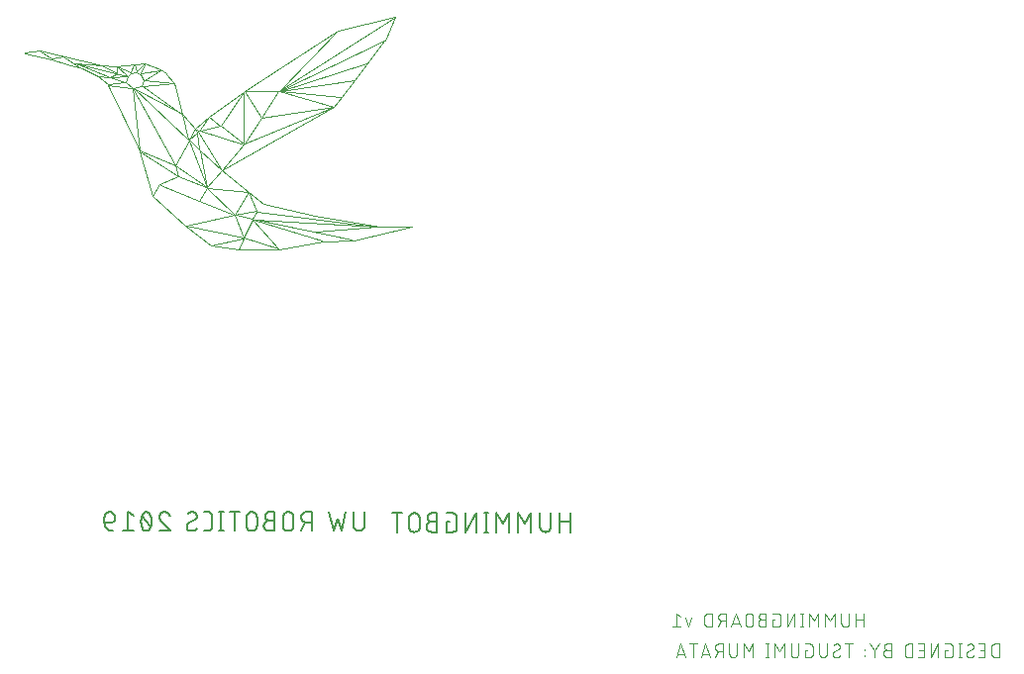
<source format=gbo>
G04 EAGLE Gerber RS-274X export*
G75*
%MOMM*%
%FSLAX34Y34*%
%LPD*%
%INBottom Silkscreen*%
%IPPOS*%
%AMOC8*
5,1,8,0,0,1.08239X$1,22.5*%
G01*
%ADD10C,0.101600*%
%ADD11C,0.152400*%
%ADD12C,0.100000*%
%ADD13C,0.001000*%


D10*
X973834Y6508D02*
X973834Y18192D01*
X970588Y18192D01*
X970475Y18190D01*
X970362Y18184D01*
X970249Y18174D01*
X970136Y18160D01*
X970024Y18143D01*
X969913Y18121D01*
X969803Y18096D01*
X969693Y18066D01*
X969585Y18033D01*
X969478Y17996D01*
X969372Y17956D01*
X969268Y17911D01*
X969165Y17863D01*
X969064Y17812D01*
X968965Y17757D01*
X968868Y17699D01*
X968773Y17637D01*
X968680Y17572D01*
X968590Y17504D01*
X968502Y17433D01*
X968416Y17358D01*
X968333Y17281D01*
X968253Y17201D01*
X968176Y17118D01*
X968101Y17032D01*
X968030Y16944D01*
X967962Y16854D01*
X967897Y16761D01*
X967835Y16666D01*
X967777Y16569D01*
X967722Y16470D01*
X967671Y16369D01*
X967623Y16266D01*
X967578Y16162D01*
X967538Y16056D01*
X967501Y15949D01*
X967468Y15841D01*
X967438Y15731D01*
X967413Y15621D01*
X967391Y15510D01*
X967374Y15398D01*
X967360Y15285D01*
X967350Y15172D01*
X967344Y15059D01*
X967342Y14946D01*
X967343Y14946D02*
X967343Y9754D01*
X967342Y9754D02*
X967344Y9641D01*
X967350Y9528D01*
X967360Y9415D01*
X967374Y9302D01*
X967391Y9190D01*
X967413Y9079D01*
X967438Y8969D01*
X967468Y8859D01*
X967501Y8751D01*
X967538Y8644D01*
X967578Y8538D01*
X967623Y8434D01*
X967671Y8331D01*
X967722Y8230D01*
X967777Y8131D01*
X967835Y8034D01*
X967897Y7939D01*
X967962Y7846D01*
X968030Y7756D01*
X968101Y7668D01*
X968176Y7582D01*
X968253Y7499D01*
X968333Y7419D01*
X968416Y7342D01*
X968502Y7267D01*
X968590Y7196D01*
X968680Y7128D01*
X968773Y7063D01*
X968868Y7001D01*
X968965Y6943D01*
X969064Y6888D01*
X969165Y6837D01*
X969268Y6789D01*
X969372Y6744D01*
X969478Y6704D01*
X969585Y6667D01*
X969693Y6634D01*
X969803Y6604D01*
X969913Y6579D01*
X970024Y6557D01*
X970136Y6540D01*
X970249Y6526D01*
X970362Y6516D01*
X970475Y6510D01*
X970588Y6508D01*
X973834Y6508D01*
X961619Y6508D02*
X956426Y6508D01*
X961619Y6508D02*
X961619Y18192D01*
X956426Y18192D01*
X957725Y12999D02*
X961619Y12999D01*
X948603Y6508D02*
X948504Y6510D01*
X948404Y6516D01*
X948305Y6525D01*
X948207Y6538D01*
X948109Y6555D01*
X948011Y6576D01*
X947915Y6601D01*
X947820Y6629D01*
X947726Y6661D01*
X947633Y6696D01*
X947541Y6735D01*
X947451Y6778D01*
X947363Y6823D01*
X947276Y6873D01*
X947192Y6925D01*
X947109Y6981D01*
X947029Y7039D01*
X946951Y7101D01*
X946876Y7166D01*
X946803Y7234D01*
X946733Y7304D01*
X946665Y7377D01*
X946600Y7452D01*
X946538Y7530D01*
X946480Y7610D01*
X946424Y7693D01*
X946372Y7777D01*
X946322Y7864D01*
X946277Y7952D01*
X946234Y8042D01*
X946195Y8134D01*
X946160Y8227D01*
X946128Y8321D01*
X946100Y8416D01*
X946075Y8512D01*
X946054Y8610D01*
X946037Y8708D01*
X946024Y8806D01*
X946015Y8905D01*
X946009Y9005D01*
X946007Y9104D01*
X948603Y6508D02*
X948747Y6510D01*
X948892Y6516D01*
X949036Y6525D01*
X949179Y6538D01*
X949323Y6555D01*
X949466Y6576D01*
X949608Y6601D01*
X949749Y6629D01*
X949890Y6661D01*
X950030Y6697D01*
X950169Y6736D01*
X950307Y6779D01*
X950443Y6826D01*
X950579Y6876D01*
X950713Y6930D01*
X950845Y6987D01*
X950976Y7048D01*
X951105Y7112D01*
X951233Y7180D01*
X951359Y7251D01*
X951483Y7325D01*
X951604Y7402D01*
X951724Y7483D01*
X951842Y7566D01*
X951957Y7653D01*
X952070Y7743D01*
X952181Y7836D01*
X952289Y7931D01*
X952395Y8030D01*
X952498Y8131D01*
X952173Y15596D02*
X952171Y15695D01*
X952165Y15795D01*
X952156Y15894D01*
X952143Y15992D01*
X952126Y16090D01*
X952105Y16188D01*
X952080Y16284D01*
X952052Y16379D01*
X952020Y16473D01*
X951985Y16566D01*
X951946Y16658D01*
X951903Y16748D01*
X951858Y16836D01*
X951808Y16923D01*
X951756Y17007D01*
X951700Y17090D01*
X951642Y17170D01*
X951580Y17248D01*
X951515Y17323D01*
X951447Y17396D01*
X951377Y17466D01*
X951304Y17534D01*
X951229Y17599D01*
X951151Y17661D01*
X951071Y17719D01*
X950988Y17775D01*
X950904Y17827D01*
X950817Y17877D01*
X950729Y17922D01*
X950639Y17965D01*
X950547Y18004D01*
X950454Y18039D01*
X950360Y18071D01*
X950265Y18099D01*
X950169Y18124D01*
X950071Y18145D01*
X949973Y18162D01*
X949875Y18175D01*
X949776Y18184D01*
X949676Y18190D01*
X949577Y18192D01*
X949441Y18190D01*
X949305Y18184D01*
X949169Y18175D01*
X949033Y18162D01*
X948898Y18144D01*
X948764Y18124D01*
X948630Y18099D01*
X948496Y18071D01*
X948364Y18038D01*
X948233Y18003D01*
X948102Y17963D01*
X947973Y17920D01*
X947845Y17874D01*
X947719Y17823D01*
X947593Y17770D01*
X947470Y17712D01*
X947348Y17652D01*
X947228Y17588D01*
X947109Y17520D01*
X946993Y17450D01*
X946879Y17376D01*
X946766Y17299D01*
X946656Y17218D01*
X950875Y13324D02*
X950961Y13377D01*
X951045Y13434D01*
X951127Y13493D01*
X951207Y13556D01*
X951284Y13622D01*
X951359Y13690D01*
X951431Y13762D01*
X951500Y13836D01*
X951566Y13913D01*
X951629Y13992D01*
X951689Y14074D01*
X951746Y14158D01*
X951800Y14244D01*
X951850Y14332D01*
X951897Y14422D01*
X951941Y14513D01*
X951980Y14607D01*
X952017Y14701D01*
X952049Y14797D01*
X952078Y14895D01*
X952103Y14993D01*
X952124Y15092D01*
X952142Y15192D01*
X952155Y15292D01*
X952165Y15393D01*
X952171Y15495D01*
X952173Y15596D01*
X947305Y11376D02*
X947219Y11323D01*
X947135Y11266D01*
X947053Y11207D01*
X946973Y11144D01*
X946896Y11078D01*
X946821Y11010D01*
X946749Y10938D01*
X946680Y10864D01*
X946614Y10787D01*
X946551Y10708D01*
X946491Y10626D01*
X946434Y10542D01*
X946380Y10456D01*
X946330Y10368D01*
X946283Y10278D01*
X946239Y10187D01*
X946200Y10093D01*
X946163Y9999D01*
X946131Y9903D01*
X946102Y9805D01*
X946077Y9707D01*
X946056Y9608D01*
X946038Y9508D01*
X946025Y9408D01*
X946015Y9307D01*
X946009Y9205D01*
X946007Y9104D01*
X947305Y11376D02*
X950875Y13324D01*
X940489Y18192D02*
X940489Y6508D01*
X941787Y6508D02*
X939191Y6508D01*
X939191Y18192D02*
X941787Y18192D01*
X929666Y12999D02*
X927719Y12999D01*
X927719Y6508D01*
X931613Y6508D01*
X931712Y6510D01*
X931812Y6516D01*
X931911Y6525D01*
X932009Y6538D01*
X932107Y6555D01*
X932205Y6576D01*
X932301Y6601D01*
X932396Y6629D01*
X932490Y6661D01*
X932583Y6696D01*
X932675Y6735D01*
X932765Y6778D01*
X932853Y6823D01*
X932940Y6873D01*
X933024Y6925D01*
X933107Y6981D01*
X933187Y7039D01*
X933265Y7101D01*
X933340Y7166D01*
X933413Y7234D01*
X933483Y7304D01*
X933551Y7377D01*
X933616Y7452D01*
X933678Y7530D01*
X933736Y7610D01*
X933792Y7693D01*
X933844Y7777D01*
X933894Y7864D01*
X933939Y7952D01*
X933982Y8042D01*
X934021Y8134D01*
X934056Y8227D01*
X934088Y8321D01*
X934116Y8416D01*
X934141Y8512D01*
X934162Y8610D01*
X934179Y8708D01*
X934192Y8806D01*
X934201Y8905D01*
X934207Y9005D01*
X934209Y9104D01*
X934210Y9104D02*
X934210Y15596D01*
X934209Y15596D02*
X934207Y15695D01*
X934201Y15795D01*
X934192Y15894D01*
X934179Y15992D01*
X934162Y16090D01*
X934141Y16188D01*
X934116Y16284D01*
X934088Y16379D01*
X934056Y16473D01*
X934021Y16566D01*
X933982Y16658D01*
X933939Y16748D01*
X933894Y16836D01*
X933844Y16923D01*
X933792Y17007D01*
X933736Y17090D01*
X933678Y17170D01*
X933616Y17248D01*
X933551Y17323D01*
X933483Y17396D01*
X933413Y17466D01*
X933340Y17534D01*
X933265Y17599D01*
X933187Y17661D01*
X933107Y17719D01*
X933024Y17775D01*
X932940Y17827D01*
X932853Y17877D01*
X932765Y17922D01*
X932675Y17965D01*
X932583Y18004D01*
X932490Y18039D01*
X932396Y18071D01*
X932301Y18099D01*
X932205Y18124D01*
X932107Y18145D01*
X932009Y18162D01*
X931911Y18175D01*
X931812Y18184D01*
X931712Y18190D01*
X931613Y18192D01*
X927719Y18192D01*
X922018Y18192D02*
X922018Y6508D01*
X915527Y6508D02*
X922018Y18192D01*
X915527Y18192D02*
X915527Y6508D01*
X909803Y6508D02*
X904610Y6508D01*
X909803Y6508D02*
X909803Y18192D01*
X904610Y18192D01*
X905909Y12999D02*
X909803Y12999D01*
X899920Y18192D02*
X899920Y6508D01*
X899920Y18192D02*
X896674Y18192D01*
X896561Y18190D01*
X896448Y18184D01*
X896335Y18174D01*
X896222Y18160D01*
X896110Y18143D01*
X895999Y18121D01*
X895889Y18096D01*
X895779Y18066D01*
X895671Y18033D01*
X895564Y17996D01*
X895458Y17956D01*
X895354Y17911D01*
X895251Y17863D01*
X895150Y17812D01*
X895051Y17757D01*
X894954Y17699D01*
X894859Y17637D01*
X894766Y17572D01*
X894676Y17504D01*
X894588Y17433D01*
X894502Y17358D01*
X894419Y17281D01*
X894339Y17201D01*
X894262Y17118D01*
X894187Y17032D01*
X894116Y16944D01*
X894048Y16854D01*
X893983Y16761D01*
X893921Y16666D01*
X893863Y16569D01*
X893808Y16470D01*
X893757Y16369D01*
X893709Y16266D01*
X893664Y16162D01*
X893624Y16056D01*
X893587Y15949D01*
X893554Y15841D01*
X893524Y15731D01*
X893499Y15621D01*
X893477Y15510D01*
X893460Y15398D01*
X893446Y15285D01*
X893436Y15172D01*
X893430Y15059D01*
X893428Y14946D01*
X893429Y14946D02*
X893429Y9754D01*
X893428Y9754D02*
X893430Y9641D01*
X893436Y9528D01*
X893446Y9415D01*
X893460Y9302D01*
X893477Y9190D01*
X893499Y9079D01*
X893524Y8969D01*
X893554Y8859D01*
X893587Y8751D01*
X893624Y8644D01*
X893664Y8538D01*
X893709Y8434D01*
X893757Y8331D01*
X893808Y8230D01*
X893863Y8131D01*
X893921Y8034D01*
X893983Y7939D01*
X894048Y7846D01*
X894116Y7756D01*
X894187Y7668D01*
X894262Y7582D01*
X894339Y7499D01*
X894419Y7419D01*
X894502Y7342D01*
X894588Y7267D01*
X894676Y7196D01*
X894766Y7128D01*
X894859Y7063D01*
X894954Y7001D01*
X895051Y6943D01*
X895150Y6888D01*
X895251Y6837D01*
X895354Y6789D01*
X895458Y6744D01*
X895564Y6704D01*
X895671Y6667D01*
X895779Y6634D01*
X895889Y6604D01*
X895999Y6579D01*
X896110Y6557D01*
X896222Y6540D01*
X896335Y6526D01*
X896448Y6516D01*
X896561Y6510D01*
X896674Y6508D01*
X899920Y6508D01*
X881463Y12999D02*
X878217Y12999D01*
X878217Y13000D02*
X878104Y12998D01*
X877991Y12992D01*
X877878Y12982D01*
X877765Y12968D01*
X877653Y12951D01*
X877542Y12929D01*
X877432Y12904D01*
X877322Y12874D01*
X877214Y12841D01*
X877107Y12804D01*
X877001Y12764D01*
X876897Y12719D01*
X876794Y12671D01*
X876693Y12620D01*
X876594Y12565D01*
X876497Y12507D01*
X876402Y12445D01*
X876309Y12380D01*
X876219Y12312D01*
X876131Y12241D01*
X876045Y12166D01*
X875962Y12089D01*
X875882Y12009D01*
X875805Y11926D01*
X875730Y11840D01*
X875659Y11752D01*
X875591Y11662D01*
X875526Y11569D01*
X875464Y11474D01*
X875406Y11377D01*
X875351Y11278D01*
X875300Y11177D01*
X875252Y11074D01*
X875207Y10970D01*
X875167Y10864D01*
X875130Y10757D01*
X875097Y10649D01*
X875067Y10539D01*
X875042Y10429D01*
X875020Y10318D01*
X875003Y10206D01*
X874989Y10093D01*
X874979Y9980D01*
X874973Y9867D01*
X874971Y9754D01*
X874973Y9641D01*
X874979Y9528D01*
X874989Y9415D01*
X875003Y9302D01*
X875020Y9190D01*
X875042Y9079D01*
X875067Y8969D01*
X875097Y8859D01*
X875130Y8751D01*
X875167Y8644D01*
X875207Y8538D01*
X875252Y8434D01*
X875300Y8331D01*
X875351Y8230D01*
X875406Y8131D01*
X875464Y8034D01*
X875526Y7939D01*
X875591Y7846D01*
X875659Y7756D01*
X875730Y7668D01*
X875805Y7582D01*
X875882Y7499D01*
X875962Y7419D01*
X876045Y7342D01*
X876131Y7267D01*
X876219Y7196D01*
X876309Y7128D01*
X876402Y7063D01*
X876497Y7001D01*
X876594Y6943D01*
X876693Y6888D01*
X876794Y6837D01*
X876897Y6789D01*
X877001Y6744D01*
X877107Y6704D01*
X877214Y6667D01*
X877322Y6634D01*
X877432Y6604D01*
X877542Y6579D01*
X877653Y6557D01*
X877765Y6540D01*
X877878Y6526D01*
X877991Y6516D01*
X878104Y6510D01*
X878217Y6508D01*
X881463Y6508D01*
X881463Y18192D01*
X878217Y18192D01*
X878116Y18190D01*
X878016Y18184D01*
X877916Y18174D01*
X877816Y18161D01*
X877717Y18143D01*
X877618Y18122D01*
X877521Y18097D01*
X877424Y18068D01*
X877329Y18035D01*
X877235Y17999D01*
X877143Y17959D01*
X877052Y17916D01*
X876963Y17869D01*
X876876Y17819D01*
X876790Y17765D01*
X876707Y17708D01*
X876627Y17648D01*
X876548Y17585D01*
X876472Y17518D01*
X876399Y17449D01*
X876329Y17377D01*
X876261Y17303D01*
X876196Y17226D01*
X876135Y17146D01*
X876076Y17064D01*
X876021Y16980D01*
X875969Y16894D01*
X875920Y16806D01*
X875875Y16716D01*
X875833Y16624D01*
X875795Y16531D01*
X875761Y16436D01*
X875730Y16341D01*
X875703Y16244D01*
X875680Y16146D01*
X875660Y16047D01*
X875645Y15947D01*
X875633Y15847D01*
X875625Y15747D01*
X875621Y15646D01*
X875621Y15546D01*
X875625Y15445D01*
X875633Y15345D01*
X875645Y15245D01*
X875660Y15145D01*
X875680Y15046D01*
X875703Y14948D01*
X875730Y14851D01*
X875761Y14756D01*
X875795Y14661D01*
X875833Y14568D01*
X875875Y14476D01*
X875920Y14386D01*
X875969Y14298D01*
X876021Y14212D01*
X876076Y14128D01*
X876135Y14046D01*
X876196Y13966D01*
X876261Y13889D01*
X876329Y13815D01*
X876399Y13743D01*
X876472Y13674D01*
X876548Y13607D01*
X876627Y13544D01*
X876707Y13484D01*
X876790Y13427D01*
X876876Y13373D01*
X876963Y13323D01*
X877052Y13276D01*
X877143Y13233D01*
X877235Y13193D01*
X877329Y13157D01*
X877424Y13124D01*
X877521Y13095D01*
X877618Y13070D01*
X877717Y13049D01*
X877816Y13031D01*
X877916Y13018D01*
X878016Y13008D01*
X878116Y13002D01*
X878217Y13000D01*
X871232Y18192D02*
X867337Y12675D01*
X863443Y18192D01*
X867337Y12675D02*
X867337Y6508D01*
X859280Y7482D02*
X859280Y8131D01*
X858631Y8131D01*
X858631Y7482D01*
X859280Y7482D01*
X859280Y12675D02*
X859280Y13324D01*
X858631Y13324D01*
X858631Y12675D01*
X859280Y12675D01*
X845239Y18192D02*
X845239Y6508D01*
X848485Y18192D02*
X841994Y18192D01*
X831707Y9104D02*
X831709Y9005D01*
X831715Y8905D01*
X831724Y8806D01*
X831737Y8708D01*
X831754Y8610D01*
X831775Y8512D01*
X831800Y8416D01*
X831828Y8321D01*
X831860Y8227D01*
X831895Y8134D01*
X831934Y8042D01*
X831977Y7952D01*
X832022Y7864D01*
X832072Y7777D01*
X832124Y7693D01*
X832180Y7610D01*
X832238Y7530D01*
X832300Y7452D01*
X832365Y7377D01*
X832433Y7304D01*
X832503Y7234D01*
X832576Y7166D01*
X832651Y7101D01*
X832729Y7039D01*
X832809Y6981D01*
X832892Y6925D01*
X832976Y6873D01*
X833063Y6823D01*
X833151Y6778D01*
X833241Y6735D01*
X833333Y6696D01*
X833426Y6661D01*
X833520Y6629D01*
X833615Y6601D01*
X833711Y6576D01*
X833809Y6555D01*
X833907Y6538D01*
X834005Y6525D01*
X834104Y6516D01*
X834204Y6510D01*
X834303Y6508D01*
X834447Y6510D01*
X834592Y6516D01*
X834736Y6525D01*
X834879Y6538D01*
X835023Y6555D01*
X835166Y6576D01*
X835308Y6601D01*
X835449Y6629D01*
X835590Y6661D01*
X835730Y6697D01*
X835869Y6736D01*
X836007Y6779D01*
X836143Y6826D01*
X836279Y6876D01*
X836413Y6930D01*
X836545Y6987D01*
X836676Y7048D01*
X836805Y7112D01*
X836933Y7180D01*
X837059Y7251D01*
X837183Y7325D01*
X837304Y7402D01*
X837424Y7483D01*
X837542Y7566D01*
X837657Y7653D01*
X837770Y7743D01*
X837881Y7836D01*
X837989Y7931D01*
X838095Y8030D01*
X838198Y8131D01*
X837873Y15596D02*
X837871Y15695D01*
X837865Y15795D01*
X837856Y15894D01*
X837843Y15992D01*
X837826Y16090D01*
X837805Y16188D01*
X837780Y16284D01*
X837752Y16379D01*
X837720Y16473D01*
X837685Y16566D01*
X837646Y16658D01*
X837603Y16748D01*
X837558Y16836D01*
X837508Y16923D01*
X837456Y17007D01*
X837400Y17090D01*
X837342Y17170D01*
X837280Y17248D01*
X837215Y17323D01*
X837147Y17396D01*
X837077Y17466D01*
X837004Y17534D01*
X836929Y17599D01*
X836851Y17661D01*
X836771Y17719D01*
X836688Y17775D01*
X836604Y17827D01*
X836517Y17877D01*
X836429Y17922D01*
X836339Y17965D01*
X836247Y18004D01*
X836154Y18039D01*
X836060Y18071D01*
X835965Y18099D01*
X835869Y18124D01*
X835771Y18145D01*
X835673Y18162D01*
X835575Y18175D01*
X835476Y18184D01*
X835376Y18190D01*
X835277Y18192D01*
X835141Y18190D01*
X835005Y18184D01*
X834869Y18175D01*
X834733Y18162D01*
X834598Y18144D01*
X834464Y18124D01*
X834330Y18099D01*
X834196Y18071D01*
X834064Y18038D01*
X833933Y18003D01*
X833802Y17963D01*
X833673Y17920D01*
X833545Y17874D01*
X833419Y17823D01*
X833293Y17770D01*
X833170Y17712D01*
X833048Y17652D01*
X832928Y17588D01*
X832809Y17520D01*
X832693Y17450D01*
X832579Y17376D01*
X832466Y17299D01*
X832356Y17218D01*
X836575Y13324D02*
X836661Y13377D01*
X836745Y13434D01*
X836827Y13493D01*
X836907Y13556D01*
X836984Y13622D01*
X837059Y13690D01*
X837131Y13762D01*
X837200Y13836D01*
X837266Y13913D01*
X837329Y13992D01*
X837389Y14074D01*
X837446Y14158D01*
X837500Y14244D01*
X837550Y14332D01*
X837597Y14422D01*
X837641Y14513D01*
X837680Y14607D01*
X837717Y14701D01*
X837749Y14797D01*
X837778Y14895D01*
X837803Y14993D01*
X837824Y15092D01*
X837842Y15192D01*
X837855Y15292D01*
X837865Y15393D01*
X837871Y15495D01*
X837873Y15596D01*
X833005Y11376D02*
X832919Y11323D01*
X832835Y11266D01*
X832753Y11207D01*
X832673Y11144D01*
X832596Y11078D01*
X832521Y11010D01*
X832449Y10938D01*
X832380Y10864D01*
X832314Y10787D01*
X832251Y10708D01*
X832191Y10626D01*
X832134Y10542D01*
X832080Y10456D01*
X832030Y10368D01*
X831983Y10278D01*
X831939Y10187D01*
X831900Y10093D01*
X831863Y9999D01*
X831831Y9903D01*
X831802Y9805D01*
X831777Y9707D01*
X831756Y9608D01*
X831738Y9508D01*
X831725Y9408D01*
X831715Y9307D01*
X831709Y9205D01*
X831707Y9104D01*
X833005Y11376D02*
X836575Y13324D01*
X826768Y9754D02*
X826768Y18192D01*
X826768Y9754D02*
X826766Y9641D01*
X826760Y9528D01*
X826750Y9415D01*
X826736Y9302D01*
X826719Y9190D01*
X826697Y9079D01*
X826672Y8969D01*
X826642Y8859D01*
X826609Y8751D01*
X826572Y8644D01*
X826532Y8538D01*
X826487Y8434D01*
X826439Y8331D01*
X826388Y8230D01*
X826333Y8131D01*
X826275Y8034D01*
X826213Y7939D01*
X826148Y7846D01*
X826080Y7756D01*
X826009Y7668D01*
X825934Y7582D01*
X825857Y7499D01*
X825777Y7419D01*
X825694Y7342D01*
X825608Y7267D01*
X825520Y7196D01*
X825430Y7128D01*
X825337Y7063D01*
X825242Y7001D01*
X825145Y6943D01*
X825046Y6888D01*
X824945Y6837D01*
X824842Y6789D01*
X824738Y6744D01*
X824632Y6704D01*
X824525Y6667D01*
X824417Y6634D01*
X824307Y6604D01*
X824197Y6579D01*
X824086Y6557D01*
X823974Y6540D01*
X823861Y6526D01*
X823748Y6516D01*
X823635Y6510D01*
X823522Y6508D01*
X823409Y6510D01*
X823296Y6516D01*
X823183Y6526D01*
X823070Y6540D01*
X822958Y6557D01*
X822847Y6579D01*
X822737Y6604D01*
X822627Y6634D01*
X822519Y6667D01*
X822412Y6704D01*
X822306Y6744D01*
X822202Y6789D01*
X822099Y6837D01*
X821998Y6888D01*
X821899Y6943D01*
X821802Y7001D01*
X821707Y7063D01*
X821614Y7128D01*
X821524Y7196D01*
X821436Y7267D01*
X821350Y7342D01*
X821267Y7419D01*
X821187Y7499D01*
X821110Y7582D01*
X821035Y7668D01*
X820964Y7756D01*
X820896Y7846D01*
X820831Y7939D01*
X820769Y8034D01*
X820711Y8131D01*
X820656Y8230D01*
X820605Y8331D01*
X820557Y8434D01*
X820512Y8538D01*
X820472Y8644D01*
X820435Y8751D01*
X820402Y8859D01*
X820372Y8969D01*
X820347Y9079D01*
X820325Y9190D01*
X820308Y9302D01*
X820294Y9415D01*
X820284Y9528D01*
X820278Y9641D01*
X820276Y9754D01*
X820277Y9754D02*
X820277Y18192D01*
X810032Y12999D02*
X808085Y12999D01*
X808085Y6508D01*
X811980Y6508D01*
X812079Y6510D01*
X812179Y6516D01*
X812278Y6525D01*
X812376Y6538D01*
X812474Y6555D01*
X812572Y6576D01*
X812668Y6601D01*
X812763Y6629D01*
X812857Y6661D01*
X812950Y6696D01*
X813042Y6735D01*
X813132Y6778D01*
X813220Y6823D01*
X813307Y6873D01*
X813391Y6925D01*
X813474Y6981D01*
X813554Y7039D01*
X813632Y7101D01*
X813707Y7166D01*
X813780Y7234D01*
X813850Y7304D01*
X813918Y7377D01*
X813983Y7452D01*
X814045Y7530D01*
X814103Y7610D01*
X814159Y7693D01*
X814211Y7777D01*
X814261Y7864D01*
X814306Y7952D01*
X814349Y8042D01*
X814388Y8134D01*
X814423Y8227D01*
X814455Y8321D01*
X814483Y8416D01*
X814508Y8512D01*
X814529Y8610D01*
X814546Y8708D01*
X814559Y8806D01*
X814568Y8905D01*
X814574Y9005D01*
X814576Y9104D01*
X814576Y15596D01*
X814574Y15695D01*
X814568Y15795D01*
X814559Y15894D01*
X814546Y15992D01*
X814529Y16090D01*
X814508Y16188D01*
X814483Y16284D01*
X814455Y16379D01*
X814423Y16473D01*
X814388Y16566D01*
X814349Y16658D01*
X814306Y16748D01*
X814261Y16836D01*
X814211Y16923D01*
X814159Y17007D01*
X814103Y17090D01*
X814045Y17170D01*
X813983Y17248D01*
X813918Y17323D01*
X813850Y17396D01*
X813780Y17466D01*
X813707Y17534D01*
X813632Y17599D01*
X813554Y17661D01*
X813474Y17719D01*
X813391Y17775D01*
X813307Y17827D01*
X813220Y17877D01*
X813132Y17922D01*
X813042Y17965D01*
X812950Y18004D01*
X812857Y18039D01*
X812763Y18071D01*
X812668Y18099D01*
X812572Y18124D01*
X812474Y18145D01*
X812376Y18162D01*
X812278Y18175D01*
X812179Y18184D01*
X812079Y18190D01*
X811980Y18192D01*
X808085Y18192D01*
X802384Y18192D02*
X802384Y9754D01*
X802385Y9754D02*
X802383Y9641D01*
X802377Y9528D01*
X802367Y9415D01*
X802353Y9302D01*
X802336Y9190D01*
X802314Y9079D01*
X802289Y8969D01*
X802259Y8859D01*
X802226Y8751D01*
X802189Y8644D01*
X802149Y8538D01*
X802104Y8434D01*
X802056Y8331D01*
X802005Y8230D01*
X801950Y8131D01*
X801892Y8034D01*
X801830Y7939D01*
X801765Y7846D01*
X801697Y7756D01*
X801626Y7668D01*
X801551Y7582D01*
X801474Y7499D01*
X801394Y7419D01*
X801311Y7342D01*
X801225Y7267D01*
X801137Y7196D01*
X801047Y7128D01*
X800954Y7063D01*
X800859Y7001D01*
X800762Y6943D01*
X800663Y6888D01*
X800562Y6837D01*
X800459Y6789D01*
X800355Y6744D01*
X800249Y6704D01*
X800142Y6667D01*
X800034Y6634D01*
X799924Y6604D01*
X799814Y6579D01*
X799703Y6557D01*
X799591Y6540D01*
X799478Y6526D01*
X799365Y6516D01*
X799252Y6510D01*
X799139Y6508D01*
X799026Y6510D01*
X798913Y6516D01*
X798800Y6526D01*
X798687Y6540D01*
X798575Y6557D01*
X798464Y6579D01*
X798354Y6604D01*
X798244Y6634D01*
X798136Y6667D01*
X798029Y6704D01*
X797923Y6744D01*
X797819Y6789D01*
X797716Y6837D01*
X797615Y6888D01*
X797516Y6943D01*
X797419Y7001D01*
X797324Y7063D01*
X797231Y7128D01*
X797141Y7196D01*
X797053Y7267D01*
X796967Y7342D01*
X796884Y7419D01*
X796804Y7499D01*
X796727Y7582D01*
X796652Y7668D01*
X796581Y7756D01*
X796513Y7846D01*
X796448Y7939D01*
X796386Y8034D01*
X796328Y8131D01*
X796273Y8230D01*
X796222Y8331D01*
X796174Y8434D01*
X796129Y8538D01*
X796089Y8644D01*
X796052Y8751D01*
X796019Y8859D01*
X795989Y8969D01*
X795964Y9079D01*
X795942Y9190D01*
X795925Y9302D01*
X795911Y9415D01*
X795901Y9528D01*
X795895Y9641D01*
X795893Y9754D01*
X795893Y18192D01*
X790079Y18192D02*
X790079Y6508D01*
X786185Y11701D02*
X790079Y18192D01*
X786185Y11701D02*
X782290Y18192D01*
X782290Y6508D01*
X775898Y6508D02*
X775898Y18192D01*
X777196Y6508D02*
X774599Y6508D01*
X774599Y18192D02*
X777196Y18192D01*
X763409Y18192D02*
X763409Y6508D01*
X759515Y11701D02*
X763409Y18192D01*
X759515Y11701D02*
X755620Y18192D01*
X755620Y6508D01*
X749806Y9754D02*
X749806Y18192D01*
X749807Y9754D02*
X749805Y9641D01*
X749799Y9528D01*
X749789Y9415D01*
X749775Y9302D01*
X749758Y9190D01*
X749736Y9079D01*
X749711Y8969D01*
X749681Y8859D01*
X749648Y8751D01*
X749611Y8644D01*
X749571Y8538D01*
X749526Y8434D01*
X749478Y8331D01*
X749427Y8230D01*
X749372Y8131D01*
X749314Y8034D01*
X749252Y7939D01*
X749187Y7846D01*
X749119Y7756D01*
X749048Y7668D01*
X748973Y7582D01*
X748896Y7499D01*
X748816Y7419D01*
X748733Y7342D01*
X748647Y7267D01*
X748559Y7196D01*
X748469Y7128D01*
X748376Y7063D01*
X748281Y7001D01*
X748184Y6943D01*
X748085Y6888D01*
X747984Y6837D01*
X747881Y6789D01*
X747777Y6744D01*
X747671Y6704D01*
X747564Y6667D01*
X747456Y6634D01*
X747346Y6604D01*
X747236Y6579D01*
X747125Y6557D01*
X747013Y6540D01*
X746900Y6526D01*
X746787Y6516D01*
X746674Y6510D01*
X746561Y6508D01*
X746448Y6510D01*
X746335Y6516D01*
X746222Y6526D01*
X746109Y6540D01*
X745997Y6557D01*
X745886Y6579D01*
X745776Y6604D01*
X745666Y6634D01*
X745558Y6667D01*
X745451Y6704D01*
X745345Y6744D01*
X745241Y6789D01*
X745138Y6837D01*
X745037Y6888D01*
X744938Y6943D01*
X744841Y7001D01*
X744746Y7063D01*
X744653Y7128D01*
X744563Y7196D01*
X744475Y7267D01*
X744389Y7342D01*
X744306Y7419D01*
X744226Y7499D01*
X744149Y7582D01*
X744074Y7668D01*
X744003Y7756D01*
X743935Y7846D01*
X743870Y7939D01*
X743808Y8034D01*
X743750Y8131D01*
X743695Y8230D01*
X743644Y8331D01*
X743596Y8434D01*
X743551Y8538D01*
X743511Y8644D01*
X743474Y8751D01*
X743441Y8859D01*
X743411Y8969D01*
X743386Y9079D01*
X743364Y9190D01*
X743347Y9302D01*
X743333Y9415D01*
X743323Y9528D01*
X743317Y9641D01*
X743315Y9754D01*
X743315Y18192D01*
X737541Y18192D02*
X737541Y6508D01*
X737541Y18192D02*
X734295Y18192D01*
X734182Y18190D01*
X734069Y18184D01*
X733956Y18174D01*
X733843Y18160D01*
X733731Y18143D01*
X733620Y18121D01*
X733510Y18096D01*
X733400Y18066D01*
X733292Y18033D01*
X733185Y17996D01*
X733079Y17956D01*
X732975Y17911D01*
X732872Y17863D01*
X732771Y17812D01*
X732672Y17757D01*
X732575Y17699D01*
X732480Y17637D01*
X732387Y17572D01*
X732297Y17504D01*
X732209Y17433D01*
X732123Y17358D01*
X732040Y17281D01*
X731960Y17201D01*
X731883Y17118D01*
X731808Y17032D01*
X731737Y16944D01*
X731669Y16854D01*
X731604Y16761D01*
X731542Y16666D01*
X731484Y16569D01*
X731429Y16470D01*
X731378Y16369D01*
X731330Y16266D01*
X731285Y16162D01*
X731245Y16056D01*
X731208Y15949D01*
X731175Y15841D01*
X731145Y15731D01*
X731120Y15621D01*
X731098Y15510D01*
X731081Y15398D01*
X731067Y15285D01*
X731057Y15172D01*
X731051Y15059D01*
X731049Y14946D01*
X731051Y14833D01*
X731057Y14720D01*
X731067Y14607D01*
X731081Y14494D01*
X731098Y14382D01*
X731120Y14271D01*
X731145Y14161D01*
X731175Y14051D01*
X731208Y13943D01*
X731245Y13836D01*
X731285Y13730D01*
X731330Y13626D01*
X731378Y13523D01*
X731429Y13422D01*
X731484Y13323D01*
X731542Y13226D01*
X731604Y13131D01*
X731669Y13038D01*
X731737Y12948D01*
X731808Y12860D01*
X731883Y12774D01*
X731960Y12691D01*
X732040Y12611D01*
X732123Y12534D01*
X732209Y12459D01*
X732297Y12388D01*
X732387Y12320D01*
X732480Y12255D01*
X732575Y12193D01*
X732672Y12135D01*
X732771Y12080D01*
X732872Y12029D01*
X732975Y11981D01*
X733079Y11936D01*
X733185Y11896D01*
X733292Y11859D01*
X733400Y11826D01*
X733510Y11796D01*
X733620Y11771D01*
X733731Y11749D01*
X733843Y11732D01*
X733956Y11718D01*
X734069Y11708D01*
X734182Y11702D01*
X734295Y11700D01*
X734295Y11701D02*
X737541Y11701D01*
X733646Y11701D02*
X731049Y6508D01*
X726833Y6508D02*
X722939Y18192D01*
X719044Y6508D01*
X720018Y9429D02*
X725860Y9429D01*
X712271Y6508D02*
X712271Y18192D01*
X715516Y18192D02*
X709025Y18192D01*
X701603Y18192D02*
X705497Y6508D01*
X697708Y6508D02*
X701603Y18192D01*
X698682Y9429D02*
X704524Y9429D01*
D11*
X607238Y113762D02*
X607238Y130018D01*
X607238Y122793D02*
X598207Y122793D01*
X598207Y130018D02*
X598207Y113762D01*
X590565Y118278D02*
X590565Y130018D01*
X590565Y118278D02*
X590563Y118145D01*
X590557Y118013D01*
X590547Y117881D01*
X590534Y117749D01*
X590516Y117617D01*
X590495Y117487D01*
X590470Y117356D01*
X590441Y117227D01*
X590408Y117099D01*
X590372Y116971D01*
X590332Y116845D01*
X590288Y116720D01*
X590240Y116596D01*
X590189Y116474D01*
X590134Y116353D01*
X590076Y116234D01*
X590014Y116116D01*
X589949Y116001D01*
X589880Y115887D01*
X589809Y115776D01*
X589733Y115667D01*
X589655Y115560D01*
X589574Y115455D01*
X589489Y115353D01*
X589402Y115253D01*
X589312Y115156D01*
X589219Y115061D01*
X589123Y114970D01*
X589025Y114881D01*
X588924Y114795D01*
X588820Y114712D01*
X588714Y114632D01*
X588606Y114556D01*
X588496Y114482D01*
X588383Y114412D01*
X588269Y114345D01*
X588152Y114282D01*
X588034Y114222D01*
X587914Y114165D01*
X587792Y114112D01*
X587669Y114063D01*
X587545Y114017D01*
X587419Y113975D01*
X587292Y113937D01*
X587164Y113902D01*
X587035Y113871D01*
X586906Y113844D01*
X586775Y113821D01*
X586644Y113801D01*
X586512Y113786D01*
X586380Y113774D01*
X586248Y113766D01*
X586115Y113762D01*
X585983Y113762D01*
X585850Y113766D01*
X585718Y113774D01*
X585586Y113786D01*
X585454Y113801D01*
X585323Y113821D01*
X585192Y113844D01*
X585063Y113871D01*
X584934Y113902D01*
X584806Y113937D01*
X584679Y113975D01*
X584553Y114017D01*
X584429Y114063D01*
X584306Y114112D01*
X584184Y114165D01*
X584064Y114222D01*
X583946Y114282D01*
X583829Y114345D01*
X583715Y114412D01*
X583602Y114482D01*
X583492Y114556D01*
X583384Y114632D01*
X583278Y114712D01*
X583174Y114795D01*
X583073Y114881D01*
X582975Y114970D01*
X582879Y115061D01*
X582786Y115156D01*
X582696Y115253D01*
X582609Y115353D01*
X582524Y115455D01*
X582443Y115560D01*
X582365Y115667D01*
X582289Y115776D01*
X582218Y115887D01*
X582149Y116001D01*
X582084Y116116D01*
X582022Y116234D01*
X581964Y116353D01*
X581909Y116474D01*
X581858Y116596D01*
X581810Y116720D01*
X581766Y116845D01*
X581726Y116971D01*
X581690Y117099D01*
X581657Y117227D01*
X581628Y117356D01*
X581603Y117487D01*
X581582Y117617D01*
X581564Y117749D01*
X581551Y117881D01*
X581541Y118013D01*
X581535Y118145D01*
X581533Y118278D01*
X581534Y118278D02*
X581534Y130018D01*
X573752Y130018D02*
X573752Y113762D01*
X568334Y120987D02*
X573752Y130018D01*
X568334Y120987D02*
X562915Y130018D01*
X562915Y113762D01*
X554995Y113762D02*
X554995Y130018D01*
X549576Y120987D01*
X544158Y130018D01*
X544158Y113762D01*
X535508Y113762D02*
X535508Y130018D01*
X537314Y113762D02*
X533702Y113762D01*
X533702Y130018D02*
X537314Y130018D01*
X526998Y130018D02*
X526998Y113762D01*
X517967Y113762D02*
X526998Y130018D01*
X517967Y130018D02*
X517967Y113762D01*
X504003Y122793D02*
X501293Y122793D01*
X501293Y113762D01*
X506712Y113762D01*
X506830Y113764D01*
X506948Y113770D01*
X507066Y113779D01*
X507183Y113793D01*
X507300Y113810D01*
X507417Y113831D01*
X507532Y113856D01*
X507647Y113885D01*
X507761Y113918D01*
X507873Y113954D01*
X507984Y113994D01*
X508094Y114037D01*
X508203Y114084D01*
X508310Y114134D01*
X508415Y114189D01*
X508518Y114246D01*
X508619Y114307D01*
X508719Y114371D01*
X508816Y114438D01*
X508911Y114508D01*
X509003Y114582D01*
X509094Y114658D01*
X509181Y114738D01*
X509266Y114820D01*
X509348Y114905D01*
X509428Y114992D01*
X509504Y115083D01*
X509578Y115175D01*
X509648Y115270D01*
X509715Y115367D01*
X509779Y115467D01*
X509840Y115568D01*
X509897Y115671D01*
X509952Y115776D01*
X510002Y115883D01*
X510049Y115992D01*
X510092Y116102D01*
X510132Y116213D01*
X510168Y116325D01*
X510201Y116439D01*
X510230Y116554D01*
X510255Y116669D01*
X510276Y116786D01*
X510293Y116903D01*
X510307Y117020D01*
X510316Y117138D01*
X510322Y117256D01*
X510324Y117374D01*
X510324Y126406D01*
X510322Y126524D01*
X510316Y126642D01*
X510307Y126760D01*
X510293Y126877D01*
X510276Y126994D01*
X510255Y127111D01*
X510230Y127226D01*
X510201Y127341D01*
X510168Y127455D01*
X510132Y127567D01*
X510092Y127678D01*
X510049Y127788D01*
X510002Y127897D01*
X509952Y128004D01*
X509897Y128109D01*
X509840Y128212D01*
X509779Y128313D01*
X509715Y128413D01*
X509648Y128510D01*
X509578Y128605D01*
X509504Y128697D01*
X509428Y128788D01*
X509348Y128875D01*
X509266Y128960D01*
X509181Y129042D01*
X509094Y129122D01*
X509003Y129198D01*
X508911Y129272D01*
X508816Y129342D01*
X508719Y129409D01*
X508619Y129473D01*
X508518Y129534D01*
X508415Y129591D01*
X508310Y129646D01*
X508203Y129696D01*
X508094Y129743D01*
X507984Y129786D01*
X507873Y129826D01*
X507761Y129862D01*
X507647Y129895D01*
X507532Y129924D01*
X507417Y129949D01*
X507300Y129970D01*
X507183Y129987D01*
X507066Y130001D01*
X506948Y130010D01*
X506830Y130016D01*
X506712Y130018D01*
X501293Y130018D01*
X493440Y122793D02*
X488924Y122793D01*
X488924Y122794D02*
X488791Y122792D01*
X488659Y122786D01*
X488527Y122776D01*
X488395Y122763D01*
X488263Y122745D01*
X488133Y122724D01*
X488002Y122699D01*
X487873Y122670D01*
X487745Y122637D01*
X487617Y122601D01*
X487491Y122561D01*
X487366Y122517D01*
X487242Y122469D01*
X487120Y122418D01*
X486999Y122363D01*
X486880Y122305D01*
X486762Y122243D01*
X486647Y122178D01*
X486533Y122109D01*
X486422Y122038D01*
X486313Y121962D01*
X486206Y121884D01*
X486101Y121803D01*
X485999Y121718D01*
X485899Y121631D01*
X485802Y121541D01*
X485707Y121448D01*
X485616Y121352D01*
X485527Y121254D01*
X485441Y121153D01*
X485358Y121049D01*
X485278Y120943D01*
X485202Y120835D01*
X485128Y120725D01*
X485058Y120612D01*
X484991Y120498D01*
X484928Y120381D01*
X484868Y120263D01*
X484811Y120143D01*
X484758Y120021D01*
X484709Y119898D01*
X484663Y119774D01*
X484621Y119648D01*
X484583Y119521D01*
X484548Y119393D01*
X484517Y119264D01*
X484490Y119135D01*
X484467Y119004D01*
X484447Y118873D01*
X484432Y118741D01*
X484420Y118609D01*
X484412Y118477D01*
X484408Y118344D01*
X484408Y118212D01*
X484412Y118079D01*
X484420Y117947D01*
X484432Y117815D01*
X484447Y117683D01*
X484467Y117552D01*
X484490Y117421D01*
X484517Y117292D01*
X484548Y117163D01*
X484583Y117035D01*
X484621Y116908D01*
X484663Y116782D01*
X484709Y116658D01*
X484758Y116535D01*
X484811Y116413D01*
X484868Y116293D01*
X484928Y116175D01*
X484991Y116058D01*
X485058Y115944D01*
X485128Y115831D01*
X485202Y115721D01*
X485278Y115613D01*
X485358Y115507D01*
X485441Y115403D01*
X485527Y115302D01*
X485616Y115204D01*
X485707Y115108D01*
X485802Y115015D01*
X485899Y114925D01*
X485999Y114838D01*
X486101Y114753D01*
X486206Y114672D01*
X486313Y114594D01*
X486422Y114518D01*
X486533Y114447D01*
X486647Y114378D01*
X486762Y114313D01*
X486880Y114251D01*
X486999Y114193D01*
X487120Y114138D01*
X487242Y114087D01*
X487366Y114039D01*
X487491Y113995D01*
X487617Y113955D01*
X487745Y113919D01*
X487873Y113886D01*
X488002Y113857D01*
X488133Y113832D01*
X488263Y113811D01*
X488395Y113793D01*
X488527Y113780D01*
X488659Y113770D01*
X488791Y113764D01*
X488924Y113762D01*
X493440Y113762D01*
X493440Y130018D01*
X488924Y130018D01*
X488805Y130016D01*
X488685Y130010D01*
X488566Y130000D01*
X488448Y129986D01*
X488329Y129969D01*
X488212Y129947D01*
X488095Y129922D01*
X487980Y129892D01*
X487865Y129859D01*
X487751Y129822D01*
X487639Y129782D01*
X487528Y129737D01*
X487419Y129689D01*
X487311Y129638D01*
X487205Y129583D01*
X487101Y129524D01*
X486999Y129462D01*
X486899Y129397D01*
X486801Y129328D01*
X486705Y129256D01*
X486612Y129181D01*
X486522Y129104D01*
X486434Y129023D01*
X486349Y128939D01*
X486267Y128852D01*
X486187Y128763D01*
X486111Y128671D01*
X486037Y128577D01*
X485967Y128480D01*
X485900Y128382D01*
X485836Y128281D01*
X485776Y128177D01*
X485719Y128072D01*
X485666Y127965D01*
X485616Y127857D01*
X485570Y127747D01*
X485528Y127635D01*
X485489Y127522D01*
X485454Y127408D01*
X485423Y127293D01*
X485395Y127176D01*
X485372Y127059D01*
X485352Y126942D01*
X485336Y126823D01*
X485324Y126704D01*
X485316Y126585D01*
X485312Y126466D01*
X485312Y126346D01*
X485316Y126227D01*
X485324Y126108D01*
X485336Y125989D01*
X485352Y125870D01*
X485372Y125753D01*
X485395Y125636D01*
X485423Y125519D01*
X485454Y125404D01*
X485489Y125290D01*
X485528Y125177D01*
X485570Y125065D01*
X485616Y124955D01*
X485666Y124847D01*
X485719Y124740D01*
X485776Y124635D01*
X485836Y124531D01*
X485900Y124430D01*
X485967Y124332D01*
X486037Y124235D01*
X486111Y124141D01*
X486187Y124049D01*
X486267Y123960D01*
X486349Y123873D01*
X486434Y123789D01*
X486522Y123708D01*
X486612Y123631D01*
X486705Y123556D01*
X486801Y123484D01*
X486899Y123415D01*
X486999Y123350D01*
X487101Y123288D01*
X487205Y123229D01*
X487311Y123174D01*
X487419Y123123D01*
X487528Y123075D01*
X487639Y123030D01*
X487751Y122990D01*
X487865Y122953D01*
X487980Y122920D01*
X488095Y122890D01*
X488212Y122865D01*
X488329Y122843D01*
X488448Y122826D01*
X488566Y122812D01*
X488685Y122802D01*
X488805Y122796D01*
X488924Y122794D01*
X478541Y125502D02*
X478541Y118278D01*
X478541Y125502D02*
X478539Y125635D01*
X478533Y125767D01*
X478523Y125899D01*
X478510Y126031D01*
X478492Y126163D01*
X478471Y126293D01*
X478446Y126424D01*
X478417Y126553D01*
X478384Y126681D01*
X478348Y126809D01*
X478308Y126935D01*
X478264Y127060D01*
X478216Y127184D01*
X478165Y127306D01*
X478110Y127427D01*
X478052Y127546D01*
X477990Y127664D01*
X477925Y127779D01*
X477856Y127893D01*
X477785Y128004D01*
X477709Y128113D01*
X477631Y128220D01*
X477550Y128325D01*
X477465Y128427D01*
X477378Y128527D01*
X477288Y128624D01*
X477195Y128719D01*
X477099Y128810D01*
X477001Y128899D01*
X476900Y128985D01*
X476796Y129068D01*
X476690Y129148D01*
X476582Y129224D01*
X476472Y129298D01*
X476359Y129368D01*
X476245Y129435D01*
X476128Y129498D01*
X476010Y129558D01*
X475890Y129615D01*
X475768Y129668D01*
X475645Y129717D01*
X475521Y129763D01*
X475395Y129805D01*
X475268Y129843D01*
X475140Y129878D01*
X475011Y129909D01*
X474882Y129936D01*
X474751Y129959D01*
X474620Y129979D01*
X474488Y129994D01*
X474356Y130006D01*
X474224Y130014D01*
X474091Y130018D01*
X473959Y130018D01*
X473826Y130014D01*
X473694Y130006D01*
X473562Y129994D01*
X473430Y129979D01*
X473299Y129959D01*
X473168Y129936D01*
X473039Y129909D01*
X472910Y129878D01*
X472782Y129843D01*
X472655Y129805D01*
X472529Y129763D01*
X472405Y129717D01*
X472282Y129668D01*
X472160Y129615D01*
X472040Y129558D01*
X471922Y129498D01*
X471805Y129435D01*
X471691Y129368D01*
X471578Y129298D01*
X471468Y129224D01*
X471360Y129148D01*
X471254Y129068D01*
X471150Y128985D01*
X471049Y128899D01*
X470951Y128810D01*
X470855Y128719D01*
X470762Y128624D01*
X470672Y128527D01*
X470585Y128427D01*
X470500Y128325D01*
X470419Y128220D01*
X470341Y128113D01*
X470265Y128004D01*
X470194Y127893D01*
X470125Y127779D01*
X470060Y127664D01*
X469998Y127546D01*
X469940Y127427D01*
X469885Y127306D01*
X469834Y127184D01*
X469786Y127060D01*
X469742Y126935D01*
X469702Y126809D01*
X469666Y126681D01*
X469633Y126553D01*
X469604Y126424D01*
X469579Y126293D01*
X469558Y126163D01*
X469540Y126031D01*
X469527Y125899D01*
X469517Y125767D01*
X469511Y125635D01*
X469509Y125502D01*
X469510Y125502D02*
X469510Y118278D01*
X469509Y118278D02*
X469511Y118145D01*
X469517Y118013D01*
X469527Y117881D01*
X469540Y117749D01*
X469558Y117617D01*
X469579Y117487D01*
X469604Y117356D01*
X469633Y117227D01*
X469666Y117099D01*
X469702Y116971D01*
X469742Y116845D01*
X469786Y116720D01*
X469834Y116596D01*
X469885Y116474D01*
X469940Y116353D01*
X469998Y116234D01*
X470060Y116116D01*
X470125Y116001D01*
X470194Y115887D01*
X470265Y115776D01*
X470341Y115667D01*
X470419Y115560D01*
X470500Y115455D01*
X470585Y115353D01*
X470672Y115253D01*
X470762Y115156D01*
X470855Y115061D01*
X470951Y114970D01*
X471049Y114881D01*
X471150Y114795D01*
X471254Y114712D01*
X471360Y114632D01*
X471468Y114556D01*
X471578Y114482D01*
X471691Y114412D01*
X471805Y114345D01*
X471922Y114282D01*
X472040Y114222D01*
X472160Y114165D01*
X472282Y114112D01*
X472405Y114063D01*
X472529Y114017D01*
X472655Y113975D01*
X472782Y113937D01*
X472910Y113902D01*
X473039Y113871D01*
X473168Y113844D01*
X473299Y113821D01*
X473430Y113801D01*
X473562Y113786D01*
X473694Y113774D01*
X473826Y113766D01*
X473959Y113762D01*
X474091Y113762D01*
X474224Y113766D01*
X474356Y113774D01*
X474488Y113786D01*
X474620Y113801D01*
X474751Y113821D01*
X474882Y113844D01*
X475011Y113871D01*
X475140Y113902D01*
X475268Y113937D01*
X475395Y113975D01*
X475521Y114017D01*
X475645Y114063D01*
X475768Y114112D01*
X475890Y114165D01*
X476010Y114222D01*
X476128Y114282D01*
X476245Y114345D01*
X476359Y114412D01*
X476472Y114482D01*
X476582Y114556D01*
X476690Y114632D01*
X476796Y114712D01*
X476900Y114795D01*
X477001Y114881D01*
X477099Y114970D01*
X477195Y115061D01*
X477288Y115156D01*
X477378Y115253D01*
X477465Y115353D01*
X477550Y115455D01*
X477631Y115560D01*
X477709Y115667D01*
X477785Y115776D01*
X477856Y115887D01*
X477925Y116001D01*
X477990Y116116D01*
X478052Y116234D01*
X478110Y116353D01*
X478165Y116474D01*
X478216Y116596D01*
X478264Y116720D01*
X478308Y116845D01*
X478348Y116971D01*
X478384Y117099D01*
X478417Y117227D01*
X478446Y117356D01*
X478471Y117487D01*
X478492Y117617D01*
X478510Y117749D01*
X478523Y117881D01*
X478533Y118013D01*
X478539Y118145D01*
X478541Y118278D01*
X459436Y113762D02*
X459436Y130018D01*
X454921Y130018D02*
X463952Y130018D01*
X431238Y131018D02*
X431238Y119278D01*
X431236Y119145D01*
X431230Y119013D01*
X431220Y118881D01*
X431207Y118749D01*
X431189Y118617D01*
X431168Y118487D01*
X431143Y118356D01*
X431114Y118227D01*
X431081Y118099D01*
X431045Y117971D01*
X431005Y117845D01*
X430961Y117720D01*
X430913Y117596D01*
X430862Y117474D01*
X430807Y117353D01*
X430749Y117234D01*
X430687Y117116D01*
X430622Y117001D01*
X430553Y116887D01*
X430482Y116776D01*
X430406Y116667D01*
X430328Y116560D01*
X430247Y116455D01*
X430162Y116353D01*
X430075Y116253D01*
X429985Y116156D01*
X429892Y116061D01*
X429796Y115970D01*
X429698Y115881D01*
X429597Y115795D01*
X429493Y115712D01*
X429387Y115632D01*
X429279Y115556D01*
X429169Y115482D01*
X429056Y115412D01*
X428942Y115345D01*
X428825Y115282D01*
X428707Y115222D01*
X428587Y115165D01*
X428465Y115112D01*
X428342Y115063D01*
X428218Y115017D01*
X428092Y114975D01*
X427965Y114937D01*
X427837Y114902D01*
X427708Y114871D01*
X427579Y114844D01*
X427448Y114821D01*
X427317Y114801D01*
X427185Y114786D01*
X427053Y114774D01*
X426921Y114766D01*
X426788Y114762D01*
X426656Y114762D01*
X426523Y114766D01*
X426391Y114774D01*
X426259Y114786D01*
X426127Y114801D01*
X425996Y114821D01*
X425865Y114844D01*
X425736Y114871D01*
X425607Y114902D01*
X425479Y114937D01*
X425352Y114975D01*
X425226Y115017D01*
X425102Y115063D01*
X424979Y115112D01*
X424857Y115165D01*
X424737Y115222D01*
X424619Y115282D01*
X424502Y115345D01*
X424388Y115412D01*
X424275Y115482D01*
X424165Y115556D01*
X424057Y115632D01*
X423951Y115712D01*
X423847Y115795D01*
X423746Y115881D01*
X423648Y115970D01*
X423552Y116061D01*
X423459Y116156D01*
X423369Y116253D01*
X423282Y116353D01*
X423197Y116455D01*
X423116Y116560D01*
X423038Y116667D01*
X422962Y116776D01*
X422891Y116887D01*
X422822Y117001D01*
X422757Y117116D01*
X422695Y117234D01*
X422637Y117353D01*
X422582Y117474D01*
X422531Y117596D01*
X422483Y117720D01*
X422439Y117845D01*
X422399Y117971D01*
X422363Y118099D01*
X422330Y118227D01*
X422301Y118356D01*
X422276Y118487D01*
X422255Y118617D01*
X422237Y118749D01*
X422224Y118881D01*
X422214Y119013D01*
X422208Y119145D01*
X422206Y119278D01*
X422207Y119278D02*
X422207Y131018D01*
X415711Y131018D02*
X412098Y114762D01*
X408486Y125599D01*
X404874Y114762D01*
X401261Y131018D01*
X386337Y131018D02*
X386337Y114762D01*
X386337Y131018D02*
X381821Y131018D01*
X381688Y131016D01*
X381556Y131010D01*
X381424Y131000D01*
X381292Y130987D01*
X381160Y130969D01*
X381030Y130948D01*
X380899Y130923D01*
X380770Y130894D01*
X380642Y130861D01*
X380514Y130825D01*
X380388Y130785D01*
X380263Y130741D01*
X380139Y130693D01*
X380017Y130642D01*
X379896Y130587D01*
X379777Y130529D01*
X379659Y130467D01*
X379544Y130402D01*
X379430Y130333D01*
X379319Y130262D01*
X379210Y130186D01*
X379103Y130108D01*
X378998Y130027D01*
X378896Y129942D01*
X378796Y129855D01*
X378699Y129765D01*
X378604Y129672D01*
X378513Y129576D01*
X378424Y129478D01*
X378338Y129377D01*
X378255Y129273D01*
X378175Y129167D01*
X378099Y129059D01*
X378025Y128949D01*
X377955Y128836D01*
X377888Y128722D01*
X377825Y128605D01*
X377765Y128487D01*
X377708Y128367D01*
X377655Y128245D01*
X377606Y128122D01*
X377560Y127998D01*
X377518Y127872D01*
X377480Y127745D01*
X377445Y127617D01*
X377414Y127488D01*
X377387Y127359D01*
X377364Y127228D01*
X377344Y127097D01*
X377329Y126965D01*
X377317Y126833D01*
X377309Y126701D01*
X377305Y126568D01*
X377305Y126436D01*
X377309Y126303D01*
X377317Y126171D01*
X377329Y126039D01*
X377344Y125907D01*
X377364Y125776D01*
X377387Y125645D01*
X377414Y125516D01*
X377445Y125387D01*
X377480Y125259D01*
X377518Y125132D01*
X377560Y125006D01*
X377606Y124882D01*
X377655Y124759D01*
X377708Y124637D01*
X377765Y124517D01*
X377825Y124399D01*
X377888Y124282D01*
X377955Y124168D01*
X378025Y124055D01*
X378099Y123945D01*
X378175Y123837D01*
X378255Y123731D01*
X378338Y123627D01*
X378424Y123526D01*
X378513Y123428D01*
X378604Y123332D01*
X378699Y123239D01*
X378796Y123149D01*
X378896Y123062D01*
X378998Y122977D01*
X379103Y122896D01*
X379210Y122818D01*
X379319Y122742D01*
X379430Y122671D01*
X379544Y122602D01*
X379659Y122537D01*
X379777Y122475D01*
X379896Y122417D01*
X380017Y122362D01*
X380139Y122311D01*
X380263Y122263D01*
X380388Y122219D01*
X380514Y122179D01*
X380642Y122143D01*
X380770Y122110D01*
X380899Y122081D01*
X381030Y122056D01*
X381160Y122035D01*
X381292Y122017D01*
X381424Y122004D01*
X381556Y121994D01*
X381688Y121988D01*
X381821Y121986D01*
X381821Y121987D02*
X386337Y121987D01*
X380918Y121987D02*
X377306Y114762D01*
X370797Y119278D02*
X370797Y126502D01*
X370798Y126502D02*
X370796Y126635D01*
X370790Y126767D01*
X370780Y126899D01*
X370767Y127031D01*
X370749Y127163D01*
X370728Y127293D01*
X370703Y127424D01*
X370674Y127553D01*
X370641Y127681D01*
X370605Y127809D01*
X370565Y127935D01*
X370521Y128060D01*
X370473Y128184D01*
X370422Y128306D01*
X370367Y128427D01*
X370309Y128546D01*
X370247Y128664D01*
X370182Y128779D01*
X370113Y128893D01*
X370042Y129004D01*
X369966Y129113D01*
X369888Y129220D01*
X369807Y129325D01*
X369722Y129427D01*
X369635Y129527D01*
X369545Y129624D01*
X369452Y129719D01*
X369356Y129810D01*
X369258Y129899D01*
X369157Y129985D01*
X369053Y130068D01*
X368947Y130148D01*
X368839Y130224D01*
X368729Y130298D01*
X368616Y130368D01*
X368502Y130435D01*
X368385Y130498D01*
X368267Y130558D01*
X368147Y130615D01*
X368025Y130668D01*
X367902Y130717D01*
X367778Y130763D01*
X367652Y130805D01*
X367525Y130843D01*
X367397Y130878D01*
X367268Y130909D01*
X367139Y130936D01*
X367008Y130959D01*
X366877Y130979D01*
X366745Y130994D01*
X366613Y131006D01*
X366481Y131014D01*
X366348Y131018D01*
X366216Y131018D01*
X366083Y131014D01*
X365951Y131006D01*
X365819Y130994D01*
X365687Y130979D01*
X365556Y130959D01*
X365425Y130936D01*
X365296Y130909D01*
X365167Y130878D01*
X365039Y130843D01*
X364912Y130805D01*
X364786Y130763D01*
X364662Y130717D01*
X364539Y130668D01*
X364417Y130615D01*
X364297Y130558D01*
X364179Y130498D01*
X364062Y130435D01*
X363948Y130368D01*
X363835Y130298D01*
X363725Y130224D01*
X363617Y130148D01*
X363511Y130068D01*
X363407Y129985D01*
X363306Y129899D01*
X363208Y129810D01*
X363112Y129719D01*
X363019Y129624D01*
X362929Y129527D01*
X362842Y129427D01*
X362757Y129325D01*
X362676Y129220D01*
X362598Y129113D01*
X362522Y129004D01*
X362451Y128893D01*
X362382Y128779D01*
X362317Y128664D01*
X362255Y128546D01*
X362197Y128427D01*
X362142Y128306D01*
X362091Y128184D01*
X362043Y128060D01*
X361999Y127935D01*
X361959Y127809D01*
X361923Y127681D01*
X361890Y127553D01*
X361861Y127424D01*
X361836Y127293D01*
X361815Y127163D01*
X361797Y127031D01*
X361784Y126899D01*
X361774Y126767D01*
X361768Y126635D01*
X361766Y126502D01*
X361766Y119278D01*
X361768Y119145D01*
X361774Y119013D01*
X361784Y118881D01*
X361797Y118749D01*
X361815Y118617D01*
X361836Y118487D01*
X361861Y118356D01*
X361890Y118227D01*
X361923Y118099D01*
X361959Y117971D01*
X361999Y117845D01*
X362043Y117720D01*
X362091Y117596D01*
X362142Y117474D01*
X362197Y117353D01*
X362255Y117234D01*
X362317Y117116D01*
X362382Y117001D01*
X362451Y116887D01*
X362522Y116776D01*
X362598Y116667D01*
X362676Y116560D01*
X362757Y116455D01*
X362842Y116353D01*
X362929Y116253D01*
X363019Y116156D01*
X363112Y116061D01*
X363208Y115970D01*
X363306Y115881D01*
X363407Y115795D01*
X363511Y115712D01*
X363617Y115632D01*
X363725Y115556D01*
X363835Y115482D01*
X363948Y115412D01*
X364062Y115345D01*
X364179Y115282D01*
X364297Y115222D01*
X364417Y115165D01*
X364539Y115112D01*
X364662Y115063D01*
X364786Y115017D01*
X364912Y114975D01*
X365039Y114937D01*
X365167Y114902D01*
X365296Y114871D01*
X365425Y114844D01*
X365556Y114821D01*
X365687Y114801D01*
X365819Y114786D01*
X365951Y114774D01*
X366083Y114766D01*
X366216Y114762D01*
X366348Y114762D01*
X366481Y114766D01*
X366613Y114774D01*
X366745Y114786D01*
X366877Y114801D01*
X367008Y114821D01*
X367139Y114844D01*
X367268Y114871D01*
X367397Y114902D01*
X367525Y114937D01*
X367652Y114975D01*
X367778Y115017D01*
X367902Y115063D01*
X368025Y115112D01*
X368147Y115165D01*
X368267Y115222D01*
X368385Y115282D01*
X368502Y115345D01*
X368616Y115412D01*
X368729Y115482D01*
X368839Y115556D01*
X368947Y115632D01*
X369053Y115712D01*
X369157Y115795D01*
X369258Y115881D01*
X369356Y115970D01*
X369452Y116061D01*
X369545Y116156D01*
X369635Y116253D01*
X369722Y116353D01*
X369807Y116455D01*
X369888Y116560D01*
X369966Y116667D01*
X370042Y116776D01*
X370113Y116887D01*
X370182Y117001D01*
X370247Y117116D01*
X370309Y117234D01*
X370367Y117353D01*
X370422Y117474D01*
X370473Y117596D01*
X370521Y117720D01*
X370565Y117845D01*
X370605Y117971D01*
X370641Y118099D01*
X370674Y118227D01*
X370703Y118356D01*
X370728Y118487D01*
X370749Y118617D01*
X370767Y118749D01*
X370780Y118881D01*
X370790Y119013D01*
X370796Y119145D01*
X370798Y119278D01*
X354434Y123793D02*
X349918Y123793D01*
X349918Y123794D02*
X349785Y123792D01*
X349653Y123786D01*
X349521Y123776D01*
X349389Y123763D01*
X349257Y123745D01*
X349127Y123724D01*
X348996Y123699D01*
X348867Y123670D01*
X348739Y123637D01*
X348611Y123601D01*
X348485Y123561D01*
X348360Y123517D01*
X348236Y123469D01*
X348114Y123418D01*
X347993Y123363D01*
X347874Y123305D01*
X347756Y123243D01*
X347641Y123178D01*
X347527Y123109D01*
X347416Y123038D01*
X347307Y122962D01*
X347200Y122884D01*
X347095Y122803D01*
X346993Y122718D01*
X346893Y122631D01*
X346796Y122541D01*
X346701Y122448D01*
X346610Y122352D01*
X346521Y122254D01*
X346435Y122153D01*
X346352Y122049D01*
X346272Y121943D01*
X346196Y121835D01*
X346122Y121725D01*
X346052Y121612D01*
X345985Y121498D01*
X345922Y121381D01*
X345862Y121263D01*
X345805Y121143D01*
X345752Y121021D01*
X345703Y120898D01*
X345657Y120774D01*
X345615Y120648D01*
X345577Y120521D01*
X345542Y120393D01*
X345511Y120264D01*
X345484Y120135D01*
X345461Y120004D01*
X345441Y119873D01*
X345426Y119741D01*
X345414Y119609D01*
X345406Y119477D01*
X345402Y119344D01*
X345402Y119212D01*
X345406Y119079D01*
X345414Y118947D01*
X345426Y118815D01*
X345441Y118683D01*
X345461Y118552D01*
X345484Y118421D01*
X345511Y118292D01*
X345542Y118163D01*
X345577Y118035D01*
X345615Y117908D01*
X345657Y117782D01*
X345703Y117658D01*
X345752Y117535D01*
X345805Y117413D01*
X345862Y117293D01*
X345922Y117175D01*
X345985Y117058D01*
X346052Y116944D01*
X346122Y116831D01*
X346196Y116721D01*
X346272Y116613D01*
X346352Y116507D01*
X346435Y116403D01*
X346521Y116302D01*
X346610Y116204D01*
X346701Y116108D01*
X346796Y116015D01*
X346893Y115925D01*
X346993Y115838D01*
X347095Y115753D01*
X347200Y115672D01*
X347307Y115594D01*
X347416Y115518D01*
X347527Y115447D01*
X347641Y115378D01*
X347756Y115313D01*
X347874Y115251D01*
X347993Y115193D01*
X348114Y115138D01*
X348236Y115087D01*
X348360Y115039D01*
X348485Y114995D01*
X348611Y114955D01*
X348739Y114919D01*
X348867Y114886D01*
X348996Y114857D01*
X349127Y114832D01*
X349257Y114811D01*
X349389Y114793D01*
X349521Y114780D01*
X349653Y114770D01*
X349785Y114764D01*
X349918Y114762D01*
X354434Y114762D01*
X354434Y131018D01*
X349918Y131018D01*
X349799Y131016D01*
X349679Y131010D01*
X349560Y131000D01*
X349442Y130986D01*
X349323Y130969D01*
X349206Y130947D01*
X349089Y130922D01*
X348974Y130892D01*
X348859Y130859D01*
X348745Y130822D01*
X348633Y130782D01*
X348522Y130737D01*
X348413Y130689D01*
X348305Y130638D01*
X348199Y130583D01*
X348095Y130524D01*
X347993Y130462D01*
X347893Y130397D01*
X347795Y130328D01*
X347699Y130256D01*
X347606Y130181D01*
X347516Y130104D01*
X347428Y130023D01*
X347343Y129939D01*
X347261Y129852D01*
X347181Y129763D01*
X347105Y129671D01*
X347031Y129577D01*
X346961Y129480D01*
X346894Y129382D01*
X346830Y129281D01*
X346770Y129177D01*
X346713Y129072D01*
X346660Y128965D01*
X346610Y128857D01*
X346564Y128747D01*
X346522Y128635D01*
X346483Y128522D01*
X346448Y128408D01*
X346417Y128293D01*
X346389Y128176D01*
X346366Y128059D01*
X346346Y127942D01*
X346330Y127823D01*
X346318Y127704D01*
X346310Y127585D01*
X346306Y127466D01*
X346306Y127346D01*
X346310Y127227D01*
X346318Y127108D01*
X346330Y126989D01*
X346346Y126870D01*
X346366Y126753D01*
X346389Y126636D01*
X346417Y126519D01*
X346448Y126404D01*
X346483Y126290D01*
X346522Y126177D01*
X346564Y126065D01*
X346610Y125955D01*
X346660Y125847D01*
X346713Y125740D01*
X346770Y125635D01*
X346830Y125531D01*
X346894Y125430D01*
X346961Y125332D01*
X347031Y125235D01*
X347105Y125141D01*
X347181Y125049D01*
X347261Y124960D01*
X347343Y124873D01*
X347428Y124789D01*
X347516Y124708D01*
X347606Y124631D01*
X347699Y124556D01*
X347795Y124484D01*
X347893Y124415D01*
X347993Y124350D01*
X348095Y124288D01*
X348199Y124229D01*
X348305Y124174D01*
X348413Y124123D01*
X348522Y124075D01*
X348633Y124030D01*
X348745Y123990D01*
X348859Y123953D01*
X348974Y123920D01*
X349089Y123890D01*
X349206Y123865D01*
X349323Y123843D01*
X349442Y123826D01*
X349560Y123812D01*
X349679Y123802D01*
X349799Y123796D01*
X349918Y123794D01*
X339535Y126502D02*
X339535Y119278D01*
X339535Y126502D02*
X339533Y126635D01*
X339527Y126767D01*
X339517Y126899D01*
X339504Y127031D01*
X339486Y127163D01*
X339465Y127293D01*
X339440Y127424D01*
X339411Y127553D01*
X339378Y127681D01*
X339342Y127809D01*
X339302Y127935D01*
X339258Y128060D01*
X339210Y128184D01*
X339159Y128306D01*
X339104Y128427D01*
X339046Y128546D01*
X338984Y128664D01*
X338919Y128779D01*
X338850Y128893D01*
X338779Y129004D01*
X338703Y129113D01*
X338625Y129220D01*
X338544Y129325D01*
X338459Y129427D01*
X338372Y129527D01*
X338282Y129624D01*
X338189Y129719D01*
X338093Y129810D01*
X337995Y129899D01*
X337894Y129985D01*
X337790Y130068D01*
X337684Y130148D01*
X337576Y130224D01*
X337466Y130298D01*
X337353Y130368D01*
X337239Y130435D01*
X337122Y130498D01*
X337004Y130558D01*
X336884Y130615D01*
X336762Y130668D01*
X336639Y130717D01*
X336515Y130763D01*
X336389Y130805D01*
X336262Y130843D01*
X336134Y130878D01*
X336005Y130909D01*
X335876Y130936D01*
X335745Y130959D01*
X335614Y130979D01*
X335482Y130994D01*
X335350Y131006D01*
X335218Y131014D01*
X335085Y131018D01*
X334953Y131018D01*
X334820Y131014D01*
X334688Y131006D01*
X334556Y130994D01*
X334424Y130979D01*
X334293Y130959D01*
X334162Y130936D01*
X334033Y130909D01*
X333904Y130878D01*
X333776Y130843D01*
X333649Y130805D01*
X333523Y130763D01*
X333399Y130717D01*
X333276Y130668D01*
X333154Y130615D01*
X333034Y130558D01*
X332916Y130498D01*
X332799Y130435D01*
X332685Y130368D01*
X332572Y130298D01*
X332462Y130224D01*
X332354Y130148D01*
X332248Y130068D01*
X332144Y129985D01*
X332043Y129899D01*
X331945Y129810D01*
X331849Y129719D01*
X331756Y129624D01*
X331666Y129527D01*
X331579Y129427D01*
X331494Y129325D01*
X331413Y129220D01*
X331335Y129113D01*
X331259Y129004D01*
X331188Y128893D01*
X331119Y128779D01*
X331054Y128664D01*
X330992Y128546D01*
X330934Y128427D01*
X330879Y128306D01*
X330828Y128184D01*
X330780Y128060D01*
X330736Y127935D01*
X330696Y127809D01*
X330660Y127681D01*
X330627Y127553D01*
X330598Y127424D01*
X330573Y127293D01*
X330552Y127163D01*
X330534Y127031D01*
X330521Y126899D01*
X330511Y126767D01*
X330505Y126635D01*
X330503Y126502D01*
X330504Y126502D02*
X330504Y119278D01*
X330503Y119278D02*
X330505Y119145D01*
X330511Y119013D01*
X330521Y118881D01*
X330534Y118749D01*
X330552Y118617D01*
X330573Y118487D01*
X330598Y118356D01*
X330627Y118227D01*
X330660Y118099D01*
X330696Y117971D01*
X330736Y117845D01*
X330780Y117720D01*
X330828Y117596D01*
X330879Y117474D01*
X330934Y117353D01*
X330992Y117234D01*
X331054Y117116D01*
X331119Y117001D01*
X331188Y116887D01*
X331259Y116776D01*
X331335Y116667D01*
X331413Y116560D01*
X331494Y116455D01*
X331579Y116353D01*
X331666Y116253D01*
X331756Y116156D01*
X331849Y116061D01*
X331945Y115970D01*
X332043Y115881D01*
X332144Y115795D01*
X332248Y115712D01*
X332354Y115632D01*
X332462Y115556D01*
X332572Y115482D01*
X332685Y115412D01*
X332799Y115345D01*
X332916Y115282D01*
X333034Y115222D01*
X333154Y115165D01*
X333276Y115112D01*
X333399Y115063D01*
X333523Y115017D01*
X333649Y114975D01*
X333776Y114937D01*
X333904Y114902D01*
X334033Y114871D01*
X334162Y114844D01*
X334293Y114821D01*
X334424Y114801D01*
X334556Y114786D01*
X334688Y114774D01*
X334820Y114766D01*
X334953Y114762D01*
X335085Y114762D01*
X335218Y114766D01*
X335350Y114774D01*
X335482Y114786D01*
X335614Y114801D01*
X335745Y114821D01*
X335876Y114844D01*
X336005Y114871D01*
X336134Y114902D01*
X336262Y114937D01*
X336389Y114975D01*
X336515Y115017D01*
X336639Y115063D01*
X336762Y115112D01*
X336884Y115165D01*
X337004Y115222D01*
X337122Y115282D01*
X337239Y115345D01*
X337353Y115412D01*
X337466Y115482D01*
X337576Y115556D01*
X337684Y115632D01*
X337790Y115712D01*
X337894Y115795D01*
X337995Y115881D01*
X338093Y115970D01*
X338189Y116061D01*
X338282Y116156D01*
X338372Y116253D01*
X338459Y116353D01*
X338544Y116455D01*
X338625Y116560D01*
X338703Y116667D01*
X338779Y116776D01*
X338850Y116887D01*
X338919Y117001D01*
X338984Y117116D01*
X339046Y117234D01*
X339104Y117353D01*
X339159Y117474D01*
X339210Y117596D01*
X339258Y117720D01*
X339302Y117845D01*
X339342Y117971D01*
X339378Y118099D01*
X339411Y118227D01*
X339440Y118356D01*
X339465Y118487D01*
X339486Y118617D01*
X339504Y118749D01*
X339517Y118881D01*
X339527Y119013D01*
X339533Y119145D01*
X339535Y119278D01*
X320430Y114762D02*
X320430Y131018D01*
X315915Y131018D02*
X324946Y131018D01*
X308967Y131018D02*
X308967Y114762D01*
X310773Y114762D02*
X307161Y114762D01*
X307161Y131018D02*
X310773Y131018D01*
X297405Y114762D02*
X293792Y114762D01*
X297405Y114762D02*
X297523Y114764D01*
X297641Y114770D01*
X297759Y114779D01*
X297876Y114793D01*
X297993Y114810D01*
X298110Y114831D01*
X298225Y114856D01*
X298340Y114885D01*
X298454Y114918D01*
X298566Y114954D01*
X298677Y114994D01*
X298787Y115037D01*
X298896Y115084D01*
X299003Y115134D01*
X299108Y115189D01*
X299211Y115246D01*
X299312Y115307D01*
X299412Y115371D01*
X299509Y115438D01*
X299604Y115508D01*
X299696Y115582D01*
X299787Y115658D01*
X299874Y115738D01*
X299959Y115820D01*
X300041Y115905D01*
X300121Y115992D01*
X300197Y116083D01*
X300271Y116175D01*
X300341Y116270D01*
X300408Y116367D01*
X300472Y116467D01*
X300533Y116568D01*
X300590Y116671D01*
X300645Y116776D01*
X300695Y116883D01*
X300742Y116992D01*
X300785Y117102D01*
X300825Y117213D01*
X300861Y117325D01*
X300894Y117439D01*
X300923Y117554D01*
X300948Y117669D01*
X300969Y117786D01*
X300986Y117903D01*
X301000Y118020D01*
X301009Y118138D01*
X301015Y118256D01*
X301017Y118374D01*
X301017Y127406D01*
X301015Y127524D01*
X301009Y127642D01*
X301000Y127760D01*
X300986Y127877D01*
X300969Y127994D01*
X300948Y128111D01*
X300923Y128226D01*
X300894Y128341D01*
X300861Y128455D01*
X300825Y128567D01*
X300785Y128678D01*
X300742Y128788D01*
X300695Y128897D01*
X300645Y129004D01*
X300590Y129109D01*
X300533Y129212D01*
X300472Y129313D01*
X300408Y129413D01*
X300341Y129510D01*
X300271Y129605D01*
X300197Y129697D01*
X300121Y129788D01*
X300041Y129875D01*
X299959Y129960D01*
X299874Y130042D01*
X299787Y130122D01*
X299696Y130198D01*
X299604Y130272D01*
X299509Y130342D01*
X299412Y130409D01*
X299312Y130473D01*
X299211Y130534D01*
X299108Y130591D01*
X299003Y130646D01*
X298896Y130696D01*
X298787Y130743D01*
X298677Y130786D01*
X298566Y130826D01*
X298454Y130862D01*
X298340Y130895D01*
X298225Y130924D01*
X298110Y130949D01*
X297993Y130970D01*
X297876Y130987D01*
X297759Y131001D01*
X297641Y131010D01*
X297523Y131016D01*
X297405Y131018D01*
X293792Y131018D01*
X279442Y118374D02*
X279444Y118256D01*
X279450Y118138D01*
X279459Y118020D01*
X279473Y117903D01*
X279490Y117786D01*
X279511Y117669D01*
X279536Y117554D01*
X279565Y117439D01*
X279598Y117325D01*
X279634Y117213D01*
X279674Y117102D01*
X279717Y116992D01*
X279764Y116883D01*
X279814Y116776D01*
X279869Y116671D01*
X279926Y116568D01*
X279987Y116467D01*
X280051Y116367D01*
X280118Y116270D01*
X280188Y116175D01*
X280262Y116083D01*
X280338Y115992D01*
X280418Y115905D01*
X280500Y115820D01*
X280585Y115738D01*
X280672Y115658D01*
X280763Y115582D01*
X280855Y115508D01*
X280950Y115438D01*
X281047Y115371D01*
X281147Y115307D01*
X281248Y115246D01*
X281351Y115189D01*
X281456Y115134D01*
X281563Y115084D01*
X281672Y115037D01*
X281782Y114994D01*
X281893Y114954D01*
X282005Y114918D01*
X282119Y114885D01*
X282234Y114856D01*
X282349Y114831D01*
X282466Y114810D01*
X282583Y114793D01*
X282700Y114779D01*
X282818Y114770D01*
X282936Y114764D01*
X283054Y114762D01*
X283237Y114764D01*
X283419Y114771D01*
X283601Y114782D01*
X283783Y114797D01*
X283965Y114817D01*
X284146Y114841D01*
X284326Y114869D01*
X284506Y114901D01*
X284685Y114938D01*
X284862Y114979D01*
X285039Y115025D01*
X285215Y115074D01*
X285390Y115128D01*
X285563Y115186D01*
X285734Y115248D01*
X285905Y115314D01*
X286073Y115385D01*
X286240Y115459D01*
X286405Y115537D01*
X286568Y115619D01*
X286729Y115705D01*
X286888Y115795D01*
X287045Y115889D01*
X287199Y115986D01*
X287351Y116087D01*
X287501Y116192D01*
X287648Y116300D01*
X287792Y116411D01*
X287934Y116526D01*
X288073Y116645D01*
X288209Y116767D01*
X288342Y116892D01*
X288472Y117020D01*
X288021Y127406D02*
X288019Y127524D01*
X288013Y127642D01*
X288004Y127760D01*
X287990Y127877D01*
X287973Y127994D01*
X287952Y128111D01*
X287927Y128226D01*
X287898Y128341D01*
X287865Y128455D01*
X287829Y128567D01*
X287789Y128678D01*
X287746Y128788D01*
X287699Y128897D01*
X287649Y129004D01*
X287594Y129109D01*
X287537Y129212D01*
X287476Y129313D01*
X287412Y129413D01*
X287345Y129510D01*
X287275Y129605D01*
X287201Y129697D01*
X287125Y129788D01*
X287045Y129875D01*
X286963Y129960D01*
X286878Y130042D01*
X286791Y130122D01*
X286700Y130198D01*
X286608Y130272D01*
X286513Y130342D01*
X286416Y130409D01*
X286316Y130473D01*
X286215Y130534D01*
X286112Y130591D01*
X286007Y130646D01*
X285900Y130696D01*
X285791Y130743D01*
X285681Y130786D01*
X285570Y130826D01*
X285458Y130862D01*
X285344Y130895D01*
X285229Y130924D01*
X285114Y130949D01*
X284997Y130970D01*
X284880Y130987D01*
X284763Y131001D01*
X284645Y131010D01*
X284527Y131016D01*
X284409Y131018D01*
X284248Y131016D01*
X284086Y131010D01*
X283925Y131001D01*
X283764Y130987D01*
X283604Y130970D01*
X283444Y130949D01*
X283284Y130924D01*
X283125Y130895D01*
X282967Y130863D01*
X282810Y130827D01*
X282654Y130787D01*
X282498Y130743D01*
X282344Y130695D01*
X282191Y130644D01*
X282039Y130590D01*
X281888Y130531D01*
X281739Y130470D01*
X281592Y130404D01*
X281446Y130335D01*
X281301Y130263D01*
X281159Y130187D01*
X281018Y130108D01*
X280879Y130026D01*
X280743Y129940D01*
X280608Y129851D01*
X280475Y129759D01*
X280345Y129663D01*
X286215Y124245D02*
X286316Y124307D01*
X286416Y124372D01*
X286513Y124441D01*
X286608Y124513D01*
X286701Y124587D01*
X286791Y124665D01*
X286879Y124746D01*
X286964Y124829D01*
X287046Y124915D01*
X287125Y125004D01*
X287202Y125095D01*
X287275Y125189D01*
X287346Y125285D01*
X287413Y125383D01*
X287477Y125483D01*
X287538Y125586D01*
X287595Y125690D01*
X287649Y125796D01*
X287699Y125904D01*
X287746Y126013D01*
X287790Y126124D01*
X287830Y126236D01*
X287866Y126350D01*
X287898Y126464D01*
X287927Y126580D01*
X287952Y126696D01*
X287973Y126813D01*
X287990Y126931D01*
X288004Y127049D01*
X288013Y127168D01*
X288019Y127287D01*
X288021Y127406D01*
X281248Y121535D02*
X281147Y121473D01*
X281047Y121408D01*
X280950Y121339D01*
X280855Y121267D01*
X280762Y121193D01*
X280672Y121115D01*
X280584Y121034D01*
X280499Y120951D01*
X280417Y120865D01*
X280338Y120776D01*
X280261Y120685D01*
X280188Y120591D01*
X280117Y120495D01*
X280050Y120397D01*
X279986Y120297D01*
X279925Y120194D01*
X279868Y120090D01*
X279814Y119984D01*
X279764Y119876D01*
X279717Y119767D01*
X279673Y119656D01*
X279633Y119544D01*
X279597Y119430D01*
X279565Y119316D01*
X279536Y119200D01*
X279511Y119084D01*
X279490Y118967D01*
X279473Y118849D01*
X279459Y118731D01*
X279450Y118612D01*
X279444Y118493D01*
X279442Y118374D01*
X281248Y121535D02*
X286215Y124245D01*
X260059Y131018D02*
X259934Y131016D01*
X259809Y131010D01*
X259684Y131001D01*
X259560Y130987D01*
X259436Y130970D01*
X259312Y130949D01*
X259190Y130924D01*
X259068Y130895D01*
X258947Y130863D01*
X258827Y130827D01*
X258708Y130787D01*
X258591Y130744D01*
X258475Y130697D01*
X258360Y130646D01*
X258248Y130592D01*
X258136Y130534D01*
X258027Y130474D01*
X257920Y130409D01*
X257814Y130342D01*
X257711Y130271D01*
X257610Y130197D01*
X257511Y130120D01*
X257415Y130040D01*
X257321Y129957D01*
X257230Y129872D01*
X257141Y129783D01*
X257056Y129692D01*
X256973Y129598D01*
X256893Y129502D01*
X256816Y129403D01*
X256742Y129302D01*
X256671Y129199D01*
X256604Y129093D01*
X256539Y128986D01*
X256479Y128877D01*
X256421Y128765D01*
X256367Y128653D01*
X256316Y128538D01*
X256269Y128422D01*
X256226Y128305D01*
X256186Y128186D01*
X256150Y128066D01*
X256118Y127945D01*
X256089Y127823D01*
X256064Y127701D01*
X256043Y127577D01*
X256026Y127453D01*
X256012Y127329D01*
X256003Y127204D01*
X255997Y127079D01*
X255995Y126954D01*
X260059Y131018D02*
X260202Y131016D01*
X260344Y131010D01*
X260487Y131000D01*
X260629Y130987D01*
X260770Y130969D01*
X260912Y130948D01*
X261052Y130923D01*
X261192Y130894D01*
X261331Y130861D01*
X261469Y130824D01*
X261606Y130784D01*
X261741Y130740D01*
X261876Y130692D01*
X262009Y130640D01*
X262141Y130585D01*
X262271Y130526D01*
X262399Y130464D01*
X262526Y130398D01*
X262651Y130329D01*
X262774Y130257D01*
X262895Y130181D01*
X263013Y130102D01*
X263130Y130019D01*
X263244Y129934D01*
X263356Y129845D01*
X263465Y129754D01*
X263572Y129659D01*
X263677Y129562D01*
X263778Y129461D01*
X263877Y129358D01*
X263973Y129253D01*
X264066Y129144D01*
X264156Y129033D01*
X264243Y128920D01*
X264327Y128805D01*
X264407Y128687D01*
X264485Y128567D01*
X264559Y128445D01*
X264629Y128321D01*
X264697Y128195D01*
X264760Y128067D01*
X264821Y127938D01*
X264878Y127807D01*
X264931Y127675D01*
X264980Y127541D01*
X265026Y127406D01*
X257350Y123793D02*
X257256Y123885D01*
X257166Y123979D01*
X257078Y124076D01*
X256993Y124176D01*
X256911Y124278D01*
X256832Y124383D01*
X256757Y124490D01*
X256685Y124599D01*
X256616Y124710D01*
X256550Y124824D01*
X256488Y124939D01*
X256429Y125056D01*
X256374Y125175D01*
X256323Y125295D01*
X256275Y125417D01*
X256230Y125540D01*
X256190Y125664D01*
X256153Y125790D01*
X256120Y125917D01*
X256091Y126044D01*
X256065Y126173D01*
X256044Y126302D01*
X256026Y126432D01*
X256013Y126562D01*
X256003Y126692D01*
X255997Y126823D01*
X255995Y126954D01*
X257350Y123793D02*
X265026Y114762D01*
X255995Y114762D01*
X249395Y122890D02*
X249391Y123210D01*
X249380Y123529D01*
X249361Y123849D01*
X249334Y124167D01*
X249300Y124485D01*
X249258Y124802D01*
X249208Y125118D01*
X249151Y125433D01*
X249087Y125746D01*
X249015Y126058D01*
X248936Y126368D01*
X248849Y126675D01*
X248755Y126981D01*
X248654Y127284D01*
X248545Y127585D01*
X248430Y127883D01*
X248307Y128179D01*
X248177Y128471D01*
X248040Y128760D01*
X248040Y128761D02*
X248001Y128869D01*
X247958Y128976D01*
X247912Y129081D01*
X247861Y129185D01*
X247808Y129287D01*
X247751Y129387D01*
X247690Y129485D01*
X247626Y129580D01*
X247559Y129674D01*
X247488Y129765D01*
X247415Y129854D01*
X247338Y129940D01*
X247259Y130023D01*
X247177Y130104D01*
X247092Y130182D01*
X247004Y130256D01*
X246914Y130328D01*
X246822Y130396D01*
X246727Y130462D01*
X246630Y130524D01*
X246531Y130582D01*
X246429Y130638D01*
X246327Y130689D01*
X246222Y130737D01*
X246116Y130782D01*
X246008Y130823D01*
X245899Y130860D01*
X245789Y130893D01*
X245677Y130922D01*
X245565Y130948D01*
X245452Y130970D01*
X245338Y130987D01*
X245224Y131001D01*
X245109Y131011D01*
X244994Y131017D01*
X244879Y131019D01*
X244879Y131018D02*
X244764Y131016D01*
X244649Y131010D01*
X244534Y131000D01*
X244420Y130986D01*
X244306Y130969D01*
X244193Y130947D01*
X244081Y130921D01*
X243969Y130892D01*
X243859Y130859D01*
X243750Y130822D01*
X243642Y130781D01*
X243536Y130736D01*
X243432Y130688D01*
X243329Y130637D01*
X243228Y130581D01*
X243128Y130523D01*
X243031Y130461D01*
X242937Y130396D01*
X242844Y130327D01*
X242754Y130255D01*
X242666Y130181D01*
X242581Y130103D01*
X242499Y130022D01*
X242420Y129939D01*
X242343Y129853D01*
X242270Y129764D01*
X242199Y129673D01*
X242132Y129579D01*
X242068Y129484D01*
X242007Y129386D01*
X241950Y129286D01*
X241897Y129184D01*
X241846Y129080D01*
X241800Y128975D01*
X241757Y128868D01*
X241718Y128760D01*
X241719Y128760D02*
X241582Y128471D01*
X241452Y128179D01*
X241329Y127883D01*
X241214Y127585D01*
X241105Y127284D01*
X241004Y126981D01*
X240910Y126675D01*
X240823Y126368D01*
X240744Y126058D01*
X240672Y125746D01*
X240608Y125433D01*
X240551Y125118D01*
X240501Y124802D01*
X240459Y124485D01*
X240425Y124167D01*
X240398Y123849D01*
X240379Y123529D01*
X240368Y123210D01*
X240364Y122890D01*
X249394Y122890D02*
X249390Y122570D01*
X249379Y122251D01*
X249360Y121931D01*
X249333Y121613D01*
X249299Y121295D01*
X249257Y120978D01*
X249207Y120662D01*
X249150Y120347D01*
X249086Y120034D01*
X249014Y119722D01*
X248935Y119412D01*
X248848Y119105D01*
X248754Y118799D01*
X248653Y118496D01*
X248544Y118195D01*
X248429Y117897D01*
X248306Y117601D01*
X248176Y117309D01*
X248039Y117020D01*
X248040Y117020D02*
X248001Y116912D01*
X247958Y116805D01*
X247912Y116700D01*
X247861Y116596D01*
X247808Y116494D01*
X247751Y116394D01*
X247690Y116296D01*
X247626Y116201D01*
X247559Y116107D01*
X247488Y116016D01*
X247415Y115927D01*
X247338Y115841D01*
X247259Y115758D01*
X247177Y115677D01*
X247092Y115599D01*
X247004Y115525D01*
X246914Y115453D01*
X246821Y115384D01*
X246727Y115319D01*
X246630Y115257D01*
X246530Y115199D01*
X246429Y115143D01*
X246327Y115092D01*
X246222Y115044D01*
X246116Y114999D01*
X246008Y114958D01*
X245899Y114921D01*
X245789Y114888D01*
X245677Y114859D01*
X245565Y114833D01*
X245452Y114811D01*
X245338Y114794D01*
X245224Y114780D01*
X245109Y114770D01*
X244994Y114764D01*
X244879Y114762D01*
X241719Y117020D02*
X241582Y117309D01*
X241452Y117601D01*
X241329Y117897D01*
X241214Y118195D01*
X241105Y118496D01*
X241004Y118799D01*
X240910Y119105D01*
X240823Y119412D01*
X240744Y119722D01*
X240672Y120034D01*
X240608Y120347D01*
X240551Y120662D01*
X240501Y120978D01*
X240459Y121295D01*
X240425Y121613D01*
X240398Y121931D01*
X240379Y122251D01*
X240368Y122570D01*
X240364Y122890D01*
X241718Y117020D02*
X241757Y116912D01*
X241800Y116805D01*
X241846Y116700D01*
X241897Y116596D01*
X241950Y116494D01*
X242008Y116394D01*
X242068Y116296D01*
X242132Y116201D01*
X242199Y116107D01*
X242270Y116016D01*
X242343Y115927D01*
X242420Y115841D01*
X242499Y115758D01*
X242581Y115677D01*
X242666Y115599D01*
X242754Y115525D01*
X242844Y115453D01*
X242937Y115384D01*
X243031Y115319D01*
X243128Y115257D01*
X243228Y115199D01*
X243329Y115143D01*
X243432Y115092D01*
X243536Y115044D01*
X243642Y114999D01*
X243750Y114958D01*
X243859Y114921D01*
X243969Y114888D01*
X244081Y114859D01*
X244193Y114833D01*
X244306Y114811D01*
X244420Y114794D01*
X244534Y114780D01*
X244649Y114770D01*
X244764Y114764D01*
X244879Y114762D01*
X248492Y118374D02*
X241267Y127406D01*
X233764Y127406D02*
X229248Y131018D01*
X229248Y114762D01*
X233764Y114762D02*
X224732Y114762D01*
X214520Y121987D02*
X209101Y121987D01*
X214520Y121987D02*
X214638Y121989D01*
X214756Y121995D01*
X214874Y122004D01*
X214991Y122018D01*
X215108Y122035D01*
X215225Y122056D01*
X215340Y122081D01*
X215455Y122110D01*
X215569Y122143D01*
X215681Y122179D01*
X215792Y122219D01*
X215902Y122262D01*
X216011Y122309D01*
X216118Y122359D01*
X216223Y122414D01*
X216326Y122471D01*
X216427Y122532D01*
X216527Y122596D01*
X216624Y122663D01*
X216719Y122733D01*
X216811Y122807D01*
X216902Y122883D01*
X216989Y122963D01*
X217074Y123045D01*
X217156Y123130D01*
X217236Y123217D01*
X217312Y123308D01*
X217386Y123400D01*
X217456Y123495D01*
X217523Y123592D01*
X217587Y123692D01*
X217648Y123793D01*
X217705Y123896D01*
X217760Y124001D01*
X217810Y124108D01*
X217857Y124217D01*
X217900Y124327D01*
X217940Y124438D01*
X217976Y124550D01*
X218009Y124664D01*
X218038Y124779D01*
X218063Y124894D01*
X218084Y125011D01*
X218101Y125128D01*
X218115Y125245D01*
X218124Y125363D01*
X218130Y125481D01*
X218132Y125599D01*
X218132Y126502D01*
X218133Y126502D02*
X218131Y126635D01*
X218125Y126767D01*
X218115Y126899D01*
X218102Y127031D01*
X218084Y127163D01*
X218063Y127293D01*
X218038Y127424D01*
X218009Y127553D01*
X217976Y127681D01*
X217940Y127809D01*
X217900Y127935D01*
X217856Y128060D01*
X217808Y128184D01*
X217757Y128306D01*
X217702Y128427D01*
X217644Y128546D01*
X217582Y128664D01*
X217517Y128779D01*
X217448Y128893D01*
X217377Y129004D01*
X217301Y129113D01*
X217223Y129220D01*
X217142Y129325D01*
X217057Y129427D01*
X216970Y129527D01*
X216880Y129624D01*
X216787Y129719D01*
X216691Y129810D01*
X216593Y129899D01*
X216492Y129985D01*
X216388Y130068D01*
X216282Y130148D01*
X216174Y130224D01*
X216064Y130298D01*
X215951Y130368D01*
X215837Y130435D01*
X215720Y130498D01*
X215602Y130558D01*
X215482Y130615D01*
X215360Y130668D01*
X215237Y130717D01*
X215113Y130763D01*
X214987Y130805D01*
X214860Y130843D01*
X214732Y130878D01*
X214603Y130909D01*
X214474Y130936D01*
X214343Y130959D01*
X214212Y130979D01*
X214080Y130994D01*
X213948Y131006D01*
X213816Y131014D01*
X213683Y131018D01*
X213551Y131018D01*
X213418Y131014D01*
X213286Y131006D01*
X213154Y130994D01*
X213022Y130979D01*
X212891Y130959D01*
X212760Y130936D01*
X212631Y130909D01*
X212502Y130878D01*
X212374Y130843D01*
X212247Y130805D01*
X212121Y130763D01*
X211997Y130717D01*
X211874Y130668D01*
X211752Y130615D01*
X211632Y130558D01*
X211514Y130498D01*
X211397Y130435D01*
X211283Y130368D01*
X211170Y130298D01*
X211060Y130224D01*
X210952Y130148D01*
X210846Y130068D01*
X210742Y129985D01*
X210641Y129899D01*
X210543Y129810D01*
X210447Y129719D01*
X210354Y129624D01*
X210264Y129527D01*
X210177Y129427D01*
X210092Y129325D01*
X210011Y129220D01*
X209933Y129113D01*
X209857Y129004D01*
X209786Y128893D01*
X209717Y128779D01*
X209652Y128664D01*
X209590Y128546D01*
X209532Y128427D01*
X209477Y128306D01*
X209426Y128184D01*
X209378Y128060D01*
X209334Y127935D01*
X209294Y127809D01*
X209258Y127681D01*
X209225Y127553D01*
X209196Y127424D01*
X209171Y127293D01*
X209150Y127163D01*
X209132Y127031D01*
X209119Y126899D01*
X209109Y126767D01*
X209103Y126635D01*
X209101Y126502D01*
X209101Y121987D01*
X209103Y121812D01*
X209109Y121638D01*
X209120Y121464D01*
X209135Y121290D01*
X209154Y121116D01*
X209177Y120943D01*
X209204Y120771D01*
X209236Y120599D01*
X209271Y120428D01*
X209311Y120258D01*
X209355Y120089D01*
X209403Y119921D01*
X209455Y119754D01*
X209511Y119589D01*
X209571Y119425D01*
X209634Y119262D01*
X209702Y119102D01*
X209774Y118942D01*
X209849Y118785D01*
X209929Y118629D01*
X210012Y118476D01*
X210098Y118324D01*
X210189Y118175D01*
X210283Y118028D01*
X210380Y117883D01*
X210481Y117740D01*
X210585Y117600D01*
X210693Y117463D01*
X210804Y117328D01*
X210918Y117196D01*
X211035Y117067D01*
X211156Y116940D01*
X211279Y116817D01*
X211406Y116696D01*
X211535Y116579D01*
X211667Y116465D01*
X211802Y116354D01*
X211939Y116246D01*
X212079Y116142D01*
X212222Y116041D01*
X212367Y115944D01*
X212514Y115850D01*
X212663Y115759D01*
X212815Y115673D01*
X212968Y115590D01*
X213124Y115510D01*
X213281Y115435D01*
X213441Y115363D01*
X213601Y115295D01*
X213764Y115232D01*
X213928Y115172D01*
X214093Y115116D01*
X214260Y115064D01*
X214428Y115016D01*
X214597Y114972D01*
X214767Y114932D01*
X214938Y114897D01*
X215110Y114865D01*
X215282Y114838D01*
X215455Y114815D01*
X215629Y114796D01*
X215803Y114781D01*
X215977Y114770D01*
X216151Y114764D01*
X216326Y114762D01*
D10*
X857692Y44192D02*
X857692Y32508D01*
X857692Y38999D02*
X851201Y38999D01*
X851201Y44192D02*
X851201Y32508D01*
X845500Y35754D02*
X845500Y44192D01*
X845500Y35754D02*
X845498Y35641D01*
X845492Y35528D01*
X845482Y35415D01*
X845468Y35302D01*
X845451Y35190D01*
X845429Y35079D01*
X845404Y34969D01*
X845374Y34859D01*
X845341Y34751D01*
X845304Y34644D01*
X845264Y34538D01*
X845219Y34434D01*
X845171Y34331D01*
X845120Y34230D01*
X845065Y34131D01*
X845007Y34034D01*
X844945Y33939D01*
X844880Y33846D01*
X844812Y33756D01*
X844741Y33668D01*
X844666Y33582D01*
X844589Y33499D01*
X844509Y33419D01*
X844426Y33342D01*
X844340Y33267D01*
X844252Y33196D01*
X844162Y33128D01*
X844069Y33063D01*
X843974Y33001D01*
X843877Y32943D01*
X843778Y32888D01*
X843677Y32837D01*
X843574Y32789D01*
X843470Y32744D01*
X843364Y32704D01*
X843257Y32667D01*
X843149Y32634D01*
X843039Y32604D01*
X842929Y32579D01*
X842818Y32557D01*
X842706Y32540D01*
X842593Y32526D01*
X842480Y32516D01*
X842367Y32510D01*
X842254Y32508D01*
X842141Y32510D01*
X842028Y32516D01*
X841915Y32526D01*
X841802Y32540D01*
X841690Y32557D01*
X841579Y32579D01*
X841469Y32604D01*
X841359Y32634D01*
X841251Y32667D01*
X841144Y32704D01*
X841038Y32744D01*
X840934Y32789D01*
X840831Y32837D01*
X840730Y32888D01*
X840631Y32943D01*
X840534Y33001D01*
X840439Y33063D01*
X840346Y33128D01*
X840256Y33196D01*
X840168Y33267D01*
X840082Y33342D01*
X839999Y33419D01*
X839919Y33499D01*
X839842Y33582D01*
X839767Y33668D01*
X839696Y33756D01*
X839628Y33846D01*
X839563Y33939D01*
X839501Y34034D01*
X839443Y34131D01*
X839388Y34230D01*
X839337Y34331D01*
X839289Y34434D01*
X839244Y34538D01*
X839204Y34644D01*
X839167Y34751D01*
X839134Y34859D01*
X839104Y34969D01*
X839079Y35079D01*
X839057Y35190D01*
X839040Y35302D01*
X839026Y35415D01*
X839016Y35528D01*
X839010Y35641D01*
X839008Y35754D01*
X839009Y35754D02*
X839009Y44192D01*
X833195Y44192D02*
X833195Y32508D01*
X829301Y37701D02*
X833195Y44192D01*
X829301Y37701D02*
X825406Y44192D01*
X825406Y32508D01*
X819479Y32508D02*
X819479Y44192D01*
X815585Y37701D01*
X811690Y44192D01*
X811690Y32508D01*
X805298Y32508D02*
X805298Y44192D01*
X806596Y32508D02*
X803999Y32508D01*
X803999Y44192D02*
X806596Y44192D01*
X799018Y44192D02*
X799018Y32508D01*
X792527Y32508D02*
X799018Y44192D01*
X792527Y44192D02*
X792527Y32508D01*
X782282Y38999D02*
X780335Y38999D01*
X780335Y32508D01*
X784230Y32508D01*
X784329Y32510D01*
X784429Y32516D01*
X784528Y32525D01*
X784626Y32538D01*
X784724Y32555D01*
X784822Y32576D01*
X784918Y32601D01*
X785013Y32629D01*
X785107Y32661D01*
X785200Y32696D01*
X785292Y32735D01*
X785382Y32778D01*
X785470Y32823D01*
X785557Y32873D01*
X785641Y32925D01*
X785724Y32981D01*
X785804Y33039D01*
X785882Y33101D01*
X785957Y33166D01*
X786030Y33234D01*
X786100Y33304D01*
X786168Y33377D01*
X786233Y33452D01*
X786295Y33530D01*
X786353Y33610D01*
X786409Y33693D01*
X786461Y33777D01*
X786511Y33864D01*
X786556Y33952D01*
X786599Y34042D01*
X786638Y34134D01*
X786673Y34227D01*
X786705Y34321D01*
X786733Y34416D01*
X786758Y34512D01*
X786779Y34610D01*
X786796Y34708D01*
X786809Y34806D01*
X786818Y34905D01*
X786824Y35005D01*
X786826Y35104D01*
X786826Y41596D01*
X786824Y41695D01*
X786818Y41795D01*
X786809Y41894D01*
X786796Y41992D01*
X786779Y42090D01*
X786758Y42188D01*
X786733Y42284D01*
X786705Y42379D01*
X786673Y42473D01*
X786638Y42566D01*
X786599Y42658D01*
X786556Y42748D01*
X786511Y42836D01*
X786461Y42923D01*
X786409Y43007D01*
X786353Y43090D01*
X786295Y43170D01*
X786233Y43248D01*
X786168Y43323D01*
X786100Y43396D01*
X786030Y43466D01*
X785957Y43534D01*
X785882Y43599D01*
X785804Y43661D01*
X785724Y43719D01*
X785641Y43775D01*
X785557Y43827D01*
X785470Y43877D01*
X785382Y43922D01*
X785292Y43965D01*
X785200Y44004D01*
X785107Y44039D01*
X785013Y44071D01*
X784918Y44099D01*
X784822Y44124D01*
X784724Y44145D01*
X784626Y44162D01*
X784528Y44175D01*
X784429Y44184D01*
X784329Y44190D01*
X784230Y44192D01*
X780335Y44192D01*
X774465Y38999D02*
X771219Y38999D01*
X771219Y39000D02*
X771106Y38998D01*
X770993Y38992D01*
X770880Y38982D01*
X770767Y38968D01*
X770655Y38951D01*
X770544Y38929D01*
X770434Y38904D01*
X770324Y38874D01*
X770216Y38841D01*
X770109Y38804D01*
X770003Y38764D01*
X769899Y38719D01*
X769796Y38671D01*
X769695Y38620D01*
X769596Y38565D01*
X769499Y38507D01*
X769404Y38445D01*
X769311Y38380D01*
X769221Y38312D01*
X769133Y38241D01*
X769047Y38166D01*
X768964Y38089D01*
X768884Y38009D01*
X768807Y37926D01*
X768732Y37840D01*
X768661Y37752D01*
X768593Y37662D01*
X768528Y37569D01*
X768466Y37474D01*
X768408Y37377D01*
X768353Y37278D01*
X768302Y37177D01*
X768254Y37074D01*
X768209Y36970D01*
X768169Y36864D01*
X768132Y36757D01*
X768099Y36649D01*
X768069Y36539D01*
X768044Y36429D01*
X768022Y36318D01*
X768005Y36206D01*
X767991Y36093D01*
X767981Y35980D01*
X767975Y35867D01*
X767973Y35754D01*
X767975Y35641D01*
X767981Y35528D01*
X767991Y35415D01*
X768005Y35302D01*
X768022Y35190D01*
X768044Y35079D01*
X768069Y34969D01*
X768099Y34859D01*
X768132Y34751D01*
X768169Y34644D01*
X768209Y34538D01*
X768254Y34434D01*
X768302Y34331D01*
X768353Y34230D01*
X768408Y34131D01*
X768466Y34034D01*
X768528Y33939D01*
X768593Y33846D01*
X768661Y33756D01*
X768732Y33668D01*
X768807Y33582D01*
X768884Y33499D01*
X768964Y33419D01*
X769047Y33342D01*
X769133Y33267D01*
X769221Y33196D01*
X769311Y33128D01*
X769404Y33063D01*
X769499Y33001D01*
X769596Y32943D01*
X769695Y32888D01*
X769796Y32837D01*
X769899Y32789D01*
X770003Y32744D01*
X770109Y32704D01*
X770216Y32667D01*
X770324Y32634D01*
X770434Y32604D01*
X770544Y32579D01*
X770655Y32557D01*
X770767Y32540D01*
X770880Y32526D01*
X770993Y32516D01*
X771106Y32510D01*
X771219Y32508D01*
X774465Y32508D01*
X774465Y44192D01*
X771219Y44192D01*
X771118Y44190D01*
X771018Y44184D01*
X770918Y44174D01*
X770818Y44161D01*
X770719Y44143D01*
X770620Y44122D01*
X770523Y44097D01*
X770426Y44068D01*
X770331Y44035D01*
X770237Y43999D01*
X770145Y43959D01*
X770054Y43916D01*
X769965Y43869D01*
X769878Y43819D01*
X769792Y43765D01*
X769709Y43708D01*
X769629Y43648D01*
X769550Y43585D01*
X769474Y43518D01*
X769401Y43449D01*
X769331Y43377D01*
X769263Y43303D01*
X769198Y43226D01*
X769137Y43146D01*
X769078Y43064D01*
X769023Y42980D01*
X768971Y42894D01*
X768922Y42806D01*
X768877Y42716D01*
X768835Y42624D01*
X768797Y42531D01*
X768763Y42436D01*
X768732Y42341D01*
X768705Y42244D01*
X768682Y42146D01*
X768662Y42047D01*
X768647Y41947D01*
X768635Y41847D01*
X768627Y41747D01*
X768623Y41646D01*
X768623Y41546D01*
X768627Y41445D01*
X768635Y41345D01*
X768647Y41245D01*
X768662Y41145D01*
X768682Y41046D01*
X768705Y40948D01*
X768732Y40851D01*
X768763Y40756D01*
X768797Y40661D01*
X768835Y40568D01*
X768877Y40476D01*
X768922Y40386D01*
X768971Y40298D01*
X769023Y40212D01*
X769078Y40128D01*
X769137Y40046D01*
X769198Y39966D01*
X769263Y39889D01*
X769331Y39815D01*
X769401Y39743D01*
X769474Y39674D01*
X769550Y39607D01*
X769629Y39544D01*
X769709Y39484D01*
X769792Y39427D01*
X769878Y39373D01*
X769965Y39323D01*
X770054Y39276D01*
X770145Y39233D01*
X770237Y39193D01*
X770331Y39157D01*
X770426Y39124D01*
X770523Y39095D01*
X770620Y39070D01*
X770719Y39049D01*
X770818Y39031D01*
X770918Y39018D01*
X771018Y39008D01*
X771118Y39002D01*
X771219Y39000D01*
X763585Y40946D02*
X763585Y35754D01*
X763586Y40946D02*
X763584Y41059D01*
X763578Y41172D01*
X763568Y41285D01*
X763554Y41398D01*
X763537Y41510D01*
X763515Y41621D01*
X763490Y41731D01*
X763460Y41841D01*
X763427Y41949D01*
X763390Y42056D01*
X763350Y42162D01*
X763305Y42266D01*
X763257Y42369D01*
X763206Y42470D01*
X763151Y42569D01*
X763093Y42666D01*
X763031Y42761D01*
X762966Y42854D01*
X762898Y42944D01*
X762827Y43032D01*
X762752Y43118D01*
X762675Y43201D01*
X762595Y43281D01*
X762512Y43358D01*
X762426Y43433D01*
X762338Y43504D01*
X762248Y43572D01*
X762155Y43637D01*
X762060Y43699D01*
X761963Y43757D01*
X761864Y43812D01*
X761763Y43863D01*
X761660Y43911D01*
X761556Y43956D01*
X761450Y43996D01*
X761343Y44033D01*
X761235Y44066D01*
X761125Y44096D01*
X761015Y44121D01*
X760904Y44143D01*
X760792Y44160D01*
X760679Y44174D01*
X760566Y44184D01*
X760453Y44190D01*
X760340Y44192D01*
X760227Y44190D01*
X760114Y44184D01*
X760001Y44174D01*
X759888Y44160D01*
X759776Y44143D01*
X759665Y44121D01*
X759555Y44096D01*
X759445Y44066D01*
X759337Y44033D01*
X759230Y43996D01*
X759124Y43956D01*
X759020Y43911D01*
X758917Y43863D01*
X758816Y43812D01*
X758717Y43757D01*
X758620Y43699D01*
X758525Y43637D01*
X758432Y43572D01*
X758342Y43504D01*
X758254Y43433D01*
X758168Y43358D01*
X758085Y43281D01*
X758005Y43201D01*
X757928Y43118D01*
X757853Y43032D01*
X757782Y42944D01*
X757714Y42854D01*
X757649Y42761D01*
X757587Y42666D01*
X757529Y42569D01*
X757474Y42470D01*
X757423Y42369D01*
X757375Y42266D01*
X757330Y42162D01*
X757290Y42056D01*
X757253Y41949D01*
X757220Y41841D01*
X757190Y41731D01*
X757165Y41621D01*
X757143Y41510D01*
X757126Y41398D01*
X757112Y41285D01*
X757102Y41172D01*
X757096Y41059D01*
X757094Y40946D01*
X757094Y35754D01*
X757096Y35641D01*
X757102Y35528D01*
X757112Y35415D01*
X757126Y35302D01*
X757143Y35190D01*
X757165Y35079D01*
X757190Y34969D01*
X757220Y34859D01*
X757253Y34751D01*
X757290Y34644D01*
X757330Y34538D01*
X757375Y34434D01*
X757423Y34331D01*
X757474Y34230D01*
X757529Y34131D01*
X757587Y34034D01*
X757649Y33939D01*
X757714Y33846D01*
X757782Y33756D01*
X757853Y33668D01*
X757928Y33582D01*
X758005Y33499D01*
X758085Y33419D01*
X758168Y33342D01*
X758254Y33267D01*
X758342Y33196D01*
X758432Y33128D01*
X758525Y33063D01*
X758620Y33001D01*
X758717Y32943D01*
X758816Y32888D01*
X758917Y32837D01*
X759020Y32789D01*
X759124Y32744D01*
X759230Y32704D01*
X759337Y32667D01*
X759445Y32634D01*
X759555Y32604D01*
X759665Y32579D01*
X759776Y32557D01*
X759888Y32540D01*
X760001Y32526D01*
X760114Y32516D01*
X760227Y32510D01*
X760340Y32508D01*
X760453Y32510D01*
X760566Y32516D01*
X760679Y32526D01*
X760792Y32540D01*
X760904Y32557D01*
X761015Y32579D01*
X761125Y32604D01*
X761235Y32634D01*
X761343Y32667D01*
X761450Y32704D01*
X761556Y32744D01*
X761660Y32789D01*
X761763Y32837D01*
X761864Y32888D01*
X761963Y32943D01*
X762060Y33001D01*
X762155Y33063D01*
X762248Y33128D01*
X762338Y33196D01*
X762426Y33267D01*
X762512Y33342D01*
X762595Y33419D01*
X762675Y33499D01*
X762752Y33582D01*
X762827Y33668D01*
X762898Y33756D01*
X762966Y33846D01*
X763031Y33939D01*
X763093Y34034D01*
X763151Y34131D01*
X763206Y34230D01*
X763257Y34331D01*
X763305Y34434D01*
X763350Y34538D01*
X763390Y34644D01*
X763427Y34751D01*
X763460Y34859D01*
X763490Y34969D01*
X763515Y35079D01*
X763537Y35190D01*
X763554Y35302D01*
X763568Y35415D01*
X763578Y35528D01*
X763584Y35641D01*
X763586Y35754D01*
X752804Y32508D02*
X748910Y44192D01*
X745015Y32508D01*
X745989Y35429D02*
X751831Y35429D01*
X740271Y32508D02*
X740271Y44192D01*
X737025Y44192D01*
X736912Y44190D01*
X736799Y44184D01*
X736686Y44174D01*
X736573Y44160D01*
X736461Y44143D01*
X736350Y44121D01*
X736240Y44096D01*
X736130Y44066D01*
X736022Y44033D01*
X735915Y43996D01*
X735809Y43956D01*
X735705Y43911D01*
X735602Y43863D01*
X735501Y43812D01*
X735402Y43757D01*
X735305Y43699D01*
X735210Y43637D01*
X735117Y43572D01*
X735027Y43504D01*
X734939Y43433D01*
X734853Y43358D01*
X734770Y43281D01*
X734690Y43201D01*
X734613Y43118D01*
X734538Y43032D01*
X734467Y42944D01*
X734399Y42854D01*
X734334Y42761D01*
X734272Y42666D01*
X734214Y42569D01*
X734159Y42470D01*
X734108Y42369D01*
X734060Y42266D01*
X734015Y42162D01*
X733975Y42056D01*
X733938Y41949D01*
X733905Y41841D01*
X733875Y41731D01*
X733850Y41621D01*
X733828Y41510D01*
X733811Y41398D01*
X733797Y41285D01*
X733787Y41172D01*
X733781Y41059D01*
X733779Y40946D01*
X733781Y40833D01*
X733787Y40720D01*
X733797Y40607D01*
X733811Y40494D01*
X733828Y40382D01*
X733850Y40271D01*
X733875Y40161D01*
X733905Y40051D01*
X733938Y39943D01*
X733975Y39836D01*
X734015Y39730D01*
X734060Y39626D01*
X734108Y39523D01*
X734159Y39422D01*
X734214Y39323D01*
X734272Y39226D01*
X734334Y39131D01*
X734399Y39038D01*
X734467Y38948D01*
X734538Y38860D01*
X734613Y38774D01*
X734690Y38691D01*
X734770Y38611D01*
X734853Y38534D01*
X734939Y38459D01*
X735027Y38388D01*
X735117Y38320D01*
X735210Y38255D01*
X735305Y38193D01*
X735402Y38135D01*
X735501Y38080D01*
X735602Y38029D01*
X735705Y37981D01*
X735809Y37936D01*
X735915Y37896D01*
X736022Y37859D01*
X736130Y37826D01*
X736240Y37796D01*
X736350Y37771D01*
X736461Y37749D01*
X736573Y37732D01*
X736686Y37718D01*
X736799Y37708D01*
X736912Y37702D01*
X737025Y37700D01*
X737025Y37701D02*
X740271Y37701D01*
X736376Y37701D02*
X733779Y32508D01*
X728533Y32508D02*
X728533Y44192D01*
X725288Y44192D01*
X725175Y44190D01*
X725062Y44184D01*
X724949Y44174D01*
X724836Y44160D01*
X724724Y44143D01*
X724613Y44121D01*
X724503Y44096D01*
X724393Y44066D01*
X724285Y44033D01*
X724178Y43996D01*
X724072Y43956D01*
X723968Y43911D01*
X723865Y43863D01*
X723764Y43812D01*
X723665Y43757D01*
X723568Y43699D01*
X723473Y43637D01*
X723380Y43572D01*
X723290Y43504D01*
X723202Y43433D01*
X723116Y43358D01*
X723033Y43281D01*
X722953Y43201D01*
X722876Y43118D01*
X722801Y43032D01*
X722730Y42944D01*
X722662Y42854D01*
X722597Y42761D01*
X722535Y42666D01*
X722477Y42569D01*
X722422Y42470D01*
X722371Y42369D01*
X722323Y42266D01*
X722278Y42162D01*
X722238Y42056D01*
X722201Y41949D01*
X722168Y41841D01*
X722138Y41731D01*
X722113Y41621D01*
X722091Y41510D01*
X722074Y41398D01*
X722060Y41285D01*
X722050Y41172D01*
X722044Y41059D01*
X722042Y40946D01*
X722042Y35754D01*
X722044Y35641D01*
X722050Y35528D01*
X722060Y35415D01*
X722074Y35302D01*
X722091Y35190D01*
X722113Y35079D01*
X722138Y34969D01*
X722168Y34859D01*
X722201Y34751D01*
X722238Y34644D01*
X722278Y34538D01*
X722323Y34434D01*
X722371Y34331D01*
X722422Y34230D01*
X722477Y34131D01*
X722535Y34034D01*
X722597Y33939D01*
X722662Y33846D01*
X722730Y33756D01*
X722801Y33668D01*
X722876Y33582D01*
X722953Y33499D01*
X723033Y33419D01*
X723116Y33342D01*
X723202Y33267D01*
X723290Y33196D01*
X723380Y33128D01*
X723473Y33063D01*
X723568Y33001D01*
X723665Y32943D01*
X723764Y32888D01*
X723865Y32837D01*
X723968Y32789D01*
X724072Y32744D01*
X724178Y32704D01*
X724285Y32667D01*
X724393Y32634D01*
X724503Y32604D01*
X724613Y32579D01*
X724724Y32557D01*
X724836Y32540D01*
X724949Y32526D01*
X725062Y32516D01*
X725175Y32510D01*
X725288Y32508D01*
X728533Y32508D01*
X711120Y40297D02*
X708524Y32508D01*
X705927Y40297D01*
X701482Y41596D02*
X698237Y44192D01*
X698237Y32508D01*
X701482Y32508D02*
X694991Y32508D01*
D12*
X457853Y554480D02*
X408376Y542310D01*
D13*
X408360Y542302D01*
X408351Y542299D02*
X408345Y542296D01*
X408338Y542291D01*
D12*
X408376Y542310D02*
X328710Y490737D01*
X298243Y469147D02*
X286959Y458775D01*
X275627Y471393D01*
D13*
X275582Y471568D01*
D12*
X275426Y471663D02*
X268835Y497497D01*
D13*
X268811Y497547D01*
D12*
X262461Y505750D01*
D13*
X262429Y505779D01*
D12*
X257114Y509229D01*
X243620Y514520D01*
D13*
X243604Y514523D01*
D12*
X219228Y512150D02*
X206816Y513205D01*
X153643Y525376D01*
D13*
X153598Y525379D01*
D12*
X141163Y523791D01*
D13*
X141049Y523691D01*
X141102Y523551D01*
X141150Y523529D01*
D12*
X164163Y518240D01*
X177651Y514007D01*
X190344Y510041D01*
X203546Y503969D01*
X211867Y496545D01*
X212092Y496240D02*
X239196Y440143D01*
X239477Y439625D02*
X249795Y400853D01*
X249835Y400792D02*
X278331Y375691D01*
X278394Y375638D02*
X300378Y358982D01*
D13*
X300386Y358980D01*
X300389Y358975D01*
X300437Y358959D01*
D12*
X323720Y355254D01*
X323757Y355252D02*
X358162Y355519D01*
X395722Y362660D01*
X421666Y363457D01*
X471673Y374834D01*
D13*
X471775Y374950D01*
X471696Y375085D01*
X471642Y375096D01*
D12*
X443925Y374831D01*
X443856Y374834D02*
X389119Y384618D01*
X344968Y394135D01*
X332666Y404605D01*
X405386Y477339D02*
X412001Y486012D01*
X422997Y500426D01*
X423050Y500497D02*
X448730Y534163D01*
D13*
X448733Y534168D01*
D12*
X448773Y534250D02*
X458005Y554295D01*
D13*
X457862Y554480D02*
X457858Y554480D01*
D12*
X328009Y364989D02*
X323662Y355530D01*
X336444Y381181D02*
X395164Y362824D01*
X357734Y355916D02*
X328424Y365253D01*
X336076Y381205D02*
X357734Y355916D01*
X328424Y365253D02*
X336076Y381205D01*
X327612Y365171D02*
X300490Y359231D01*
X338677Y380760D02*
X420519Y363684D01*
X328025Y365354D02*
X279072Y375762D01*
X320220Y385129D02*
X328025Y365354D01*
X320220Y385129D02*
X279072Y375762D01*
X389961Y370330D02*
X442046Y374680D01*
X337878Y381200D01*
X339690Y388050D02*
X439885Y375080D01*
X289824Y396802D02*
X256624Y410547D01*
D13*
X289827Y396802D02*
X289827Y396799D01*
D12*
X319846Y385314D01*
X320987Y385250D02*
X335975Y381599D01*
X339375Y388023D01*
X339426Y388298D02*
X320566Y385457D01*
X339426Y388298D02*
X332451Y404314D01*
X320566Y385457D01*
X332248Y404488D02*
X297119Y408131D01*
X320278Y385491D01*
X289819Y397090D02*
X296529Y408182D01*
X255854Y410947D02*
X249967Y401223D01*
D13*
X255854Y410947D02*
X255854Y410949D01*
D12*
X309689Y422834D02*
X332462Y404774D01*
X309271Y422842D02*
X296830Y408592D01*
X309271Y422842D02*
X290613Y440281D01*
X296830Y408592D01*
X296473Y408663D02*
X269935Y427655D01*
X281125Y448988D02*
X296473Y408663D01*
X269935Y427655D02*
X281125Y448988D01*
X272523Y417924D02*
X295814Y408811D01*
X272134Y417852D02*
X239477Y439625D01*
X256235Y411185D02*
X272134Y417852D01*
X272192Y418130D02*
X269655Y427517D01*
X290634Y457288D02*
X328250Y445559D01*
X309470Y423078D01*
X288745Y455992D01*
X309725Y423229D02*
X405386Y477339D01*
X269467Y427877D02*
X239196Y440143D01*
X269467Y427877D02*
X233195Y493118D01*
X239196Y440143D01*
X281339Y449309D02*
X290237Y440993D01*
X288462Y455764D01*
X281339Y449309D01*
X328371Y445880D02*
X328345Y490340D01*
X308657Y461323D01*
X328824Y445914D02*
X405386Y477648D01*
X327826Y445970D02*
X308446Y461151D01*
X291081Y457426D01*
X328636Y446110D02*
X343136Y468229D01*
X286800Y458558D02*
X281196Y449642D01*
D13*
X275386Y471266D02*
X275240Y471430D01*
D12*
X233817Y493176D01*
X280905Y449711D01*
X275386Y471266D01*
X286964Y458323D02*
X288390Y456058D01*
X290298Y457394D02*
X287266Y458339D01*
X298243Y469147D02*
X308176Y461366D01*
X298243Y469147D02*
X290949Y457669D01*
X343566Y468404D02*
X405386Y477648D01*
X358194Y490716D01*
X357880Y490719D02*
X343294Y468470D01*
X357880Y490719D02*
X328710Y490737D01*
X343294Y468470D01*
X268607Y497325D02*
X241570Y495246D01*
X275105Y471848D01*
X359257Y490904D02*
X411200Y486287D01*
X422496Y500328D02*
X359257Y490904D01*
X359778Y491248D02*
X433342Y514425D01*
X448186Y533885D02*
X359875Y491555D01*
X359037Y491600D02*
X457134Y554031D01*
X408376Y542310D02*
X359037Y491600D01*
X239776Y505562D02*
X236180Y507104D01*
X239776Y505562D02*
X242898Y500363D01*
X241093Y495465D01*
X233023Y493901D01*
X227581Y498309D01*
X228877Y504014D01*
X231462Y506599D01*
X236106Y507115D01*
X226845Y498323D02*
X211867Y496545D01*
X213645Y502892D02*
X226845Y498323D01*
X213645Y502892D02*
X203999Y503908D01*
X243435Y500466D02*
X268411Y497632D01*
X257064Y508951D02*
X243435Y500466D01*
X228594Y503961D02*
X214328Y502934D01*
X213672Y503165D02*
X219220Y505540D01*
X213672Y503165D02*
X184875Y514473D01*
X219752Y505683D02*
X228298Y504289D01*
X219382Y511718D01*
X219752Y505683D01*
X219479Y505810D02*
X207364Y512896D01*
X240088Y505847D02*
X243644Y514229D01*
X240088Y505847D02*
X256598Y509149D01*
X206756Y512946D02*
X184324Y514891D01*
X218736Y505940D01*
X219731Y511943D02*
X231333Y506900D01*
X234360Y513711D01*
X234743Y513748D02*
X236238Y507512D01*
X243223Y514245D01*
X189526Y510575D02*
X175016Y520079D01*
X164227Y518508D02*
X154310Y524950D01*
X164227Y518508D02*
X174678Y520291D01*
X212092Y496240D02*
X232695Y493663D01*
X298243Y469147D02*
X328345Y490340D01*
X243620Y514520D02*
X234743Y513748D01*
X219228Y512150D01*
M02*

</source>
